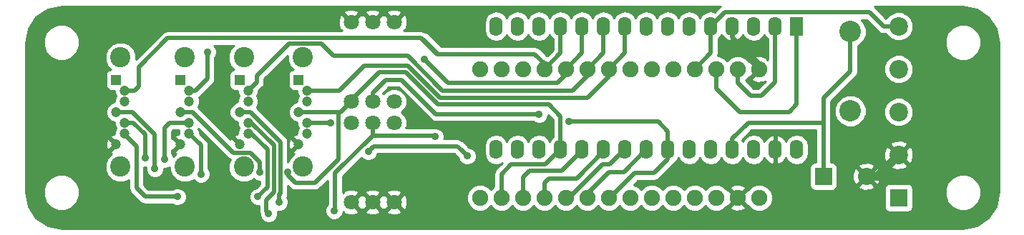
<source format=gtl>
G04 #@! TF.FileFunction,Copper,L1,Top,Signal*
%FSLAX46Y46*%
G04 Gerber Fmt 4.6, Leading zero omitted, Abs format (unit mm)*
G04 Created by KiCad (PCBNEW 4.0.0-rc2-stable) date 23/12/2015 17:02:07*
%MOMM*%
G01*
G04 APERTURE LIST*
%ADD10C,0.150000*%
%ADD11C,2.540000*%
%ADD12R,1.574800X2.286000*%
%ADD13O,1.574800X2.286000*%
%ADD14C,1.900000*%
%ADD15R,2.032000X2.032000*%
%ADD16C,2.032000*%
%ADD17R,2.100580X2.100580*%
%ADD18C,2.199640*%
%ADD19C,2.400000*%
%ADD20R,1.200000X1.200000*%
%ADD21C,1.200000*%
%ADD22C,1.800000*%
%ADD23C,0.889000*%
%ADD24C,0.508000*%
%ADD25C,1.000000*%
%ADD26C,0.254000*%
G04 APERTURE END LIST*
D10*
D11*
X171865000Y-12870000D03*
X171865000Y-22268000D03*
D12*
X165515000Y-12235000D03*
D13*
X162975000Y-12235000D03*
X160435000Y-12235000D03*
X157895000Y-12235000D03*
X155355000Y-12235000D03*
X152815000Y-12235000D03*
X150275000Y-12235000D03*
X147735000Y-12235000D03*
X145195000Y-12235000D03*
X142655000Y-12235000D03*
X140115000Y-12235000D03*
X137575000Y-12235000D03*
X135035000Y-12235000D03*
X132495000Y-12235000D03*
X129955000Y-12235000D03*
X129955000Y-26840000D03*
X132495000Y-26840000D03*
X135035000Y-26840000D03*
X137575000Y-26840000D03*
X140115000Y-26840000D03*
X142655000Y-26840000D03*
X145195000Y-26840000D03*
X147735000Y-26840000D03*
X150275000Y-26840000D03*
X152815000Y-26840000D03*
X155355000Y-26840000D03*
X157895000Y-26840000D03*
X160435000Y-26840000D03*
X162975000Y-26840000D03*
X165515000Y-26840000D03*
D14*
X158530000Y-17315000D03*
X155990000Y-17315000D03*
X153450000Y-17315000D03*
X150910000Y-17315000D03*
X148370000Y-17315000D03*
X145830000Y-17315000D03*
X143290000Y-17315000D03*
X140750000Y-17315000D03*
X138210000Y-17315000D03*
X135670000Y-17315000D03*
X133130000Y-17315000D03*
X130590000Y-17315000D03*
X128050000Y-17315000D03*
X128050000Y-32555000D03*
X130590000Y-32555000D03*
X133130000Y-32555000D03*
X135670000Y-32555000D03*
X138210000Y-32555000D03*
X140750000Y-32555000D03*
X143290000Y-32555000D03*
X145830000Y-32555000D03*
X148370000Y-32555000D03*
X150910000Y-32555000D03*
X153450000Y-32555000D03*
X155990000Y-32555000D03*
X158530000Y-32555000D03*
X161070000Y-32555000D03*
X161070000Y-17315000D03*
D15*
X168690000Y-30015000D03*
D16*
X173770000Y-30015000D03*
D17*
X177580000Y-32555000D03*
D18*
X177580000Y-27475000D03*
X177580000Y-22395000D03*
X177580000Y-17315000D03*
X177580000Y-12235000D03*
D19*
X107095000Y-28875000D03*
D20*
X106595000Y-18585000D03*
D21*
X107595000Y-19855000D03*
X107595000Y-21125000D03*
X106595000Y-22395000D03*
X107595000Y-23665000D03*
X107595000Y-24935000D03*
X106595000Y-26205000D03*
D19*
X107095000Y-15915000D03*
X100110000Y-28875000D03*
D20*
X99610000Y-18585000D03*
D21*
X100610000Y-19855000D03*
X100610000Y-21125000D03*
X99610000Y-22395000D03*
X100610000Y-23665000D03*
X100610000Y-24935000D03*
X99610000Y-26205000D03*
D19*
X100110000Y-15915000D03*
X93125000Y-28875000D03*
D20*
X92625000Y-18585000D03*
D21*
X93625000Y-19855000D03*
X93625000Y-21125000D03*
X92625000Y-22395000D03*
X93625000Y-23665000D03*
X93625000Y-24935000D03*
X92625000Y-26205000D03*
D19*
X93125000Y-15915000D03*
X85505000Y-28875000D03*
D20*
X85005000Y-18585000D03*
D21*
X86005000Y-19855000D03*
X86005000Y-21125000D03*
X85005000Y-22395000D03*
X86005000Y-23665000D03*
X86005000Y-24935000D03*
X85005000Y-26205000D03*
D19*
X85505000Y-15915000D03*
D22*
X112810000Y-21125000D03*
X112810000Y-11727000D03*
X115350000Y-21125000D03*
X115350000Y-11727000D03*
X117890000Y-21125000D03*
X117890000Y-11727000D03*
X112810000Y-23665000D03*
X112810000Y-33063000D03*
X115350000Y-23665000D03*
X115350000Y-33063000D03*
X117890000Y-23665000D03*
X117890000Y-33063000D03*
D23*
X102015000Y-29507000D03*
X105317000Y-29507000D03*
X135035000Y-22649000D03*
X90712000Y-27983000D03*
X110397000Y-23665000D03*
X95030000Y-29761000D03*
X126526000Y-27602000D03*
X114842000Y-27094000D03*
X101761000Y-32428000D03*
X92236000Y-32428000D03*
X122716000Y-25316000D03*
X110778000Y-34079000D03*
X103031000Y-34460000D03*
X88426000Y-27856000D03*
X138591000Y-23538000D03*
X104301000Y-33063000D03*
X89569000Y-29126000D03*
X121446000Y-16172000D03*
X95792000Y-15283000D03*
D24*
X161070000Y-17315000D02*
X161070000Y-16680000D01*
X161070000Y-16680000D02*
X157895000Y-13505000D01*
X157895000Y-13505000D02*
X157895000Y-12235000D01*
D25*
X173770000Y-30015000D02*
X175040000Y-30015000D01*
X175040000Y-30015000D02*
X177580000Y-27475000D01*
D24*
X175040000Y-30015000D02*
X177580000Y-27475000D01*
X157895000Y-26840000D02*
X157895000Y-25570000D01*
X159800000Y-23665000D02*
X168690000Y-23665000D01*
X157895000Y-25570000D02*
X159800000Y-23665000D01*
X171865000Y-12997000D02*
X171865000Y-17569000D01*
X168690000Y-20744000D02*
X168690000Y-23665000D01*
X168690000Y-23665000D02*
X168690000Y-30015000D01*
X171865000Y-17569000D02*
X168690000Y-20744000D01*
X137575000Y-26840000D02*
X135797000Y-28618000D01*
X130590000Y-29761000D02*
X130590000Y-32555000D01*
X131733000Y-28618000D02*
X130590000Y-29761000D01*
X135797000Y-28618000D02*
X131733000Y-28618000D01*
X94014000Y-22395000D02*
X92625000Y-22395000D01*
X98840000Y-27221000D02*
X94014000Y-22395000D01*
X100872000Y-27221000D02*
X98840000Y-27221000D01*
X102015000Y-28364000D02*
X100872000Y-27221000D01*
X102015000Y-29507000D02*
X102015000Y-28364000D01*
X111286000Y-27983000D02*
X108492000Y-30777000D01*
X108492000Y-30777000D02*
X106206000Y-30777000D01*
X106206000Y-30777000D02*
X105317000Y-29888000D01*
X105317000Y-29888000D02*
X105317000Y-29507000D01*
X112810000Y-21125000D02*
X112810000Y-20998000D01*
X112810000Y-20998000D02*
X116112000Y-17696000D01*
X137575000Y-22903000D02*
X137575000Y-26840000D01*
X136178000Y-21506000D02*
X137575000Y-22903000D01*
X123097000Y-21506000D02*
X136178000Y-21506000D01*
X119287000Y-17696000D02*
X123097000Y-21506000D01*
X116112000Y-17696000D02*
X119287000Y-17696000D01*
X111286000Y-22395000D02*
X111286000Y-27983000D01*
X108492000Y-30777000D02*
X106206000Y-30777000D01*
X106595000Y-22395000D02*
X111286000Y-22395000D01*
X111286000Y-22395000D02*
X111540000Y-22395000D01*
X111540000Y-22395000D02*
X112810000Y-21125000D01*
X140115000Y-26840000D02*
X140115000Y-26967000D01*
X140115000Y-26967000D02*
X137702000Y-29380000D01*
X133130000Y-30142000D02*
X133130000Y-32555000D01*
X133892000Y-29380000D02*
X133130000Y-30142000D01*
X137702000Y-29380000D02*
X133892000Y-29380000D01*
X115350000Y-21125000D02*
X115350000Y-20109000D01*
X122843000Y-22649000D02*
X135035000Y-22649000D01*
X118779000Y-18585000D02*
X122843000Y-22649000D01*
X116874000Y-18585000D02*
X118779000Y-18585000D01*
X115350000Y-20109000D02*
X116874000Y-18585000D01*
X91347000Y-23665000D02*
X93625000Y-23665000D01*
X90712000Y-24300000D02*
X91347000Y-23665000D01*
X90712000Y-27983000D02*
X90712000Y-24300000D01*
X110397000Y-23665000D02*
X107595000Y-23665000D01*
X142655000Y-26840000D02*
X142655000Y-27094000D01*
X142655000Y-27094000D02*
X139480000Y-30269000D01*
X135670000Y-30777000D02*
X135670000Y-32555000D01*
X136178000Y-30269000D02*
X135670000Y-30777000D01*
X139480000Y-30269000D02*
X136178000Y-30269000D01*
X95030000Y-29761000D02*
X95030000Y-27475000D01*
X95030000Y-26340000D02*
X93625000Y-24935000D01*
X95030000Y-27475000D02*
X95030000Y-26340000D01*
X93498000Y-24808000D02*
X93625000Y-24935000D01*
X138210000Y-32555000D02*
X138591000Y-32555000D01*
X138591000Y-32555000D02*
X142528000Y-28618000D01*
X142528000Y-28618000D02*
X143417000Y-28618000D01*
X143417000Y-28618000D02*
X145195000Y-26840000D01*
X100610000Y-24935000D02*
X100999000Y-24935000D01*
X100999000Y-24935000D02*
X102904000Y-26840000D01*
X102904000Y-31285000D02*
X101761000Y-32428000D01*
X102904000Y-26840000D02*
X102904000Y-31285000D01*
X125827500Y-26903500D02*
X126526000Y-27602000D01*
X125383000Y-26459000D02*
X125827500Y-26903500D01*
X125827500Y-26903500D02*
X125891000Y-26967000D01*
X115477000Y-26459000D02*
X125383000Y-26459000D01*
X114842000Y-27094000D02*
X115477000Y-26459000D01*
X100618000Y-24935000D02*
X100610000Y-24935000D01*
X87410000Y-26459000D02*
X87410000Y-31412000D01*
X87410000Y-31412000D02*
X88426000Y-32428000D01*
X88426000Y-32428000D02*
X92236000Y-32428000D01*
X86005000Y-25054000D02*
X87410000Y-26459000D01*
X100610000Y-24935000D02*
X100872000Y-24935000D01*
X86005000Y-24935000D02*
X86005000Y-25054000D01*
X100610000Y-24935000D02*
X100610000Y-25054000D01*
X122589000Y-25189000D02*
X115350000Y-25189000D01*
X122716000Y-25316000D02*
X122589000Y-25189000D01*
X140750000Y-32555000D02*
X140750000Y-32047000D01*
X140750000Y-32047000D02*
X143290000Y-29507000D01*
X145068000Y-29507000D02*
X147735000Y-26840000D01*
X143290000Y-29507000D02*
X145068000Y-29507000D01*
X100610000Y-23665000D02*
X100999000Y-23665000D01*
X100999000Y-23665000D02*
X103666000Y-26332000D01*
X103666000Y-31920000D02*
X102777000Y-32809000D01*
X103666000Y-26332000D02*
X103666000Y-31920000D01*
X110905000Y-31793000D02*
X110905000Y-29634000D01*
X110905000Y-33952000D02*
X110905000Y-31793000D01*
X110778000Y-34079000D02*
X110905000Y-33952000D01*
X110905000Y-29634000D02*
X115350000Y-25189000D01*
X115350000Y-25189000D02*
X115350000Y-23665000D01*
X102777000Y-32809000D02*
X102777000Y-34206000D01*
X102777000Y-34206000D02*
X103031000Y-34460000D01*
X87029000Y-23665000D02*
X88426000Y-25062000D01*
X88426000Y-25062000D02*
X88426000Y-27856000D01*
X86005000Y-23665000D02*
X87029000Y-23665000D01*
X86005000Y-23665000D02*
X86394000Y-23665000D01*
X150275000Y-26840000D02*
X150275000Y-24681000D01*
X149132000Y-23538000D02*
X138591000Y-23538000D01*
X150275000Y-24681000D02*
X149132000Y-23538000D01*
X143290000Y-32555000D02*
X143417000Y-32555000D01*
X143417000Y-32555000D02*
X146338000Y-29634000D01*
X146338000Y-29634000D02*
X148624000Y-29634000D01*
X148624000Y-29634000D02*
X150275000Y-27983000D01*
X150275000Y-27983000D02*
X150275000Y-26840000D01*
X104301000Y-33063000D02*
X104301000Y-32174000D01*
X104428000Y-25951000D02*
X103285000Y-24808000D01*
X104428000Y-32047000D02*
X104428000Y-25951000D01*
X104301000Y-32174000D02*
X104428000Y-32047000D01*
X99610000Y-22395000D02*
X100872000Y-22395000D01*
X100872000Y-22395000D02*
X103285000Y-24808000D01*
X85005000Y-22395000D02*
X86902000Y-22395000D01*
X89569000Y-25062000D02*
X89569000Y-29126000D01*
X86902000Y-22395000D02*
X89569000Y-25062000D01*
X150275000Y-26840000D02*
X150275000Y-26205000D01*
X155990000Y-17315000D02*
X155990000Y-19601000D01*
X165515000Y-21506000D02*
X165515000Y-12235000D01*
X164626000Y-22395000D02*
X165515000Y-21506000D01*
X158784000Y-22395000D02*
X164626000Y-22395000D01*
X155990000Y-19601000D02*
X158784000Y-22395000D01*
X158530000Y-17315000D02*
X158530000Y-18966000D01*
X162975000Y-18839000D02*
X162975000Y-12235000D01*
X161324000Y-20490000D02*
X162975000Y-18839000D01*
X160054000Y-20490000D02*
X161324000Y-20490000D01*
X158530000Y-18966000D02*
X160054000Y-20490000D01*
X155355000Y-12235000D02*
X155355000Y-15410000D01*
X155355000Y-15410000D02*
X153450000Y-17315000D01*
X153450000Y-17315000D02*
X153450000Y-17442000D01*
X177580000Y-12235000D02*
X175802000Y-12235000D01*
X157006000Y-10584000D02*
X155355000Y-12235000D01*
X174151000Y-10584000D02*
X157006000Y-10584000D01*
X175802000Y-12235000D02*
X174151000Y-10584000D01*
X107595000Y-19855000D02*
X111413000Y-19855000D01*
X111413000Y-19855000D02*
X114334000Y-16934000D01*
X143290000Y-17315000D02*
X143290000Y-18204000D01*
X143290000Y-18204000D02*
X140750000Y-20744000D01*
X140750000Y-20744000D02*
X123351000Y-20744000D01*
X123351000Y-20744000D02*
X119541000Y-16934000D01*
X119541000Y-16934000D02*
X114334000Y-16934000D01*
X145195000Y-12235000D02*
X145195000Y-15410000D01*
X145195000Y-15410000D02*
X143290000Y-17315000D01*
X107595000Y-19855000D02*
X107857000Y-19855000D01*
X119477500Y-15727500D02*
X110714500Y-15727500D01*
X101634000Y-18831000D02*
X100610000Y-19855000D01*
X101634000Y-18077000D02*
X101634000Y-18831000D01*
X105444000Y-14267000D02*
X101634000Y-18077000D01*
X109254000Y-14267000D02*
X105444000Y-14267000D01*
X110714500Y-15727500D02*
X109254000Y-14267000D01*
X140750000Y-17315000D02*
X140750000Y-18077000D01*
X140750000Y-18077000D02*
X138972000Y-19855000D01*
X123605000Y-19855000D02*
X119477500Y-15727500D01*
X138972000Y-19855000D02*
X123605000Y-19855000D01*
X142655000Y-12235000D02*
X142655000Y-15410000D01*
X142655000Y-15410000D02*
X140750000Y-17315000D01*
X100610000Y-19855000D02*
X100872000Y-19855000D01*
X122462000Y-17188000D02*
X121446000Y-16172000D01*
X138210000Y-17315000D02*
X138210000Y-17950000D01*
X138210000Y-17950000D02*
X137194000Y-18966000D01*
X94395000Y-19855000D02*
X93625000Y-19855000D01*
X95792000Y-18458000D02*
X94395000Y-19855000D01*
X95792000Y-15283000D02*
X95792000Y-18458000D01*
X124240000Y-18966000D02*
X122462000Y-17188000D01*
X137194000Y-18966000D02*
X124240000Y-18966000D01*
X140115000Y-12235000D02*
X140115000Y-15410000D01*
X140115000Y-15410000D02*
X138210000Y-17315000D01*
X138210000Y-17315000D02*
X138337000Y-17315000D01*
X138210000Y-17315000D02*
X138210000Y-17188000D01*
X123986000Y-15537000D02*
X122970000Y-15537000D01*
X87156000Y-19855000D02*
X86005000Y-19855000D01*
X87664000Y-19347000D02*
X87156000Y-19855000D01*
X87664000Y-17061000D02*
X87664000Y-19347000D01*
X91093000Y-13632000D02*
X87664000Y-17061000D01*
X121065000Y-13632000D02*
X91093000Y-13632000D01*
X122970000Y-15537000D02*
X121065000Y-13632000D01*
X135670000Y-17315000D02*
X135670000Y-16680000D01*
X135670000Y-16680000D02*
X134527000Y-15537000D01*
X123097000Y-15537000D02*
X121319000Y-13759000D01*
X134527000Y-15537000D02*
X123986000Y-15537000D01*
X123986000Y-15537000D02*
X123097000Y-15537000D01*
X137575000Y-12235000D02*
X137575000Y-15410000D01*
X137575000Y-15410000D02*
X135670000Y-17315000D01*
X135670000Y-17315000D02*
X135670000Y-16934000D01*
X135670000Y-17315000D02*
X135670000Y-17061000D01*
X86005000Y-19855000D02*
X86267000Y-19855000D01*
X137575000Y-12235000D02*
X137194000Y-12235000D01*
D26*
G36*
X156377382Y-9955382D02*
X155818417Y-10514347D01*
X155355000Y-10422167D01*
X154810671Y-10530441D01*
X154349211Y-10838778D01*
X154085000Y-11234199D01*
X153820789Y-10838778D01*
X153359329Y-10530441D01*
X152815000Y-10422167D01*
X152270671Y-10530441D01*
X151809211Y-10838778D01*
X151545000Y-11234199D01*
X151280789Y-10838778D01*
X150819329Y-10530441D01*
X150275000Y-10422167D01*
X149730671Y-10530441D01*
X149269211Y-10838778D01*
X149005000Y-11234199D01*
X148740789Y-10838778D01*
X148279329Y-10530441D01*
X147735000Y-10422167D01*
X147190671Y-10530441D01*
X146729211Y-10838778D01*
X146465000Y-11234199D01*
X146200789Y-10838778D01*
X145739329Y-10530441D01*
X145195000Y-10422167D01*
X144650671Y-10530441D01*
X144189211Y-10838778D01*
X143925000Y-11234199D01*
X143660789Y-10838778D01*
X143199329Y-10530441D01*
X142655000Y-10422167D01*
X142110671Y-10530441D01*
X141649211Y-10838778D01*
X141385000Y-11234199D01*
X141120789Y-10838778D01*
X140659329Y-10530441D01*
X140115000Y-10422167D01*
X139570671Y-10530441D01*
X139109211Y-10838778D01*
X138845000Y-11234199D01*
X138580789Y-10838778D01*
X138119329Y-10530441D01*
X137575000Y-10422167D01*
X137030671Y-10530441D01*
X136569211Y-10838778D01*
X136305000Y-11234199D01*
X136040789Y-10838778D01*
X135579329Y-10530441D01*
X135035000Y-10422167D01*
X134490671Y-10530441D01*
X134029211Y-10838778D01*
X133765000Y-11234199D01*
X133500789Y-10838778D01*
X133039329Y-10530441D01*
X132495000Y-10422167D01*
X131950671Y-10530441D01*
X131489211Y-10838778D01*
X131225000Y-11234199D01*
X130960789Y-10838778D01*
X130499329Y-10530441D01*
X129955000Y-10422167D01*
X129410671Y-10530441D01*
X128949211Y-10838778D01*
X128640874Y-11300238D01*
X128532600Y-11844567D01*
X128532600Y-12625433D01*
X128640874Y-13169762D01*
X128949211Y-13631222D01*
X129410671Y-13939559D01*
X129955000Y-14047833D01*
X130499329Y-13939559D01*
X130960789Y-13631222D01*
X131225000Y-13235801D01*
X131489211Y-13631222D01*
X131950671Y-13939559D01*
X132495000Y-14047833D01*
X133039329Y-13939559D01*
X133500789Y-13631222D01*
X133765000Y-13235801D01*
X134029211Y-13631222D01*
X134490671Y-13939559D01*
X135035000Y-14047833D01*
X135579329Y-13939559D01*
X136040789Y-13631222D01*
X136305000Y-13235801D01*
X136569211Y-13631222D01*
X136686000Y-13709258D01*
X136686000Y-15041764D01*
X135994311Y-15733453D01*
X135986659Y-15730276D01*
X135977504Y-15730268D01*
X135155618Y-14908382D01*
X135108523Y-14876914D01*
X134867206Y-14715671D01*
X134527000Y-14648000D01*
X123465236Y-14648000D01*
X121947618Y-13130382D01*
X121659205Y-12937671D01*
X121568176Y-12919564D01*
X121405206Y-12810671D01*
X121065000Y-12743000D01*
X119083828Y-12743000D01*
X119084718Y-12742110D01*
X118970161Y-12627553D01*
X119226643Y-12541148D01*
X119436458Y-11967664D01*
X119410839Y-11357540D01*
X119226643Y-10912852D01*
X118970159Y-10826446D01*
X118069605Y-11727000D01*
X118083748Y-11741143D01*
X117904143Y-11920748D01*
X117890000Y-11906605D01*
X117875858Y-11920748D01*
X117696253Y-11741143D01*
X117710395Y-11727000D01*
X116809841Y-10826446D01*
X116620000Y-10890401D01*
X116430159Y-10826446D01*
X115529605Y-11727000D01*
X115543748Y-11741143D01*
X115364143Y-11920748D01*
X115350000Y-11906605D01*
X115335858Y-11920748D01*
X115156253Y-11741143D01*
X115170395Y-11727000D01*
X114269841Y-10826446D01*
X114080000Y-10890401D01*
X113890159Y-10826446D01*
X112989605Y-11727000D01*
X113003748Y-11741143D01*
X112824143Y-11920748D01*
X112810000Y-11906605D01*
X112795858Y-11920748D01*
X112616253Y-11741143D01*
X112630395Y-11727000D01*
X111729841Y-10826446D01*
X111473357Y-10912852D01*
X111263542Y-11486336D01*
X111289161Y-12096460D01*
X111473357Y-12541148D01*
X111729839Y-12627553D01*
X111615282Y-12742110D01*
X111616172Y-12743000D01*
X91093000Y-12743000D01*
X90752794Y-12810671D01*
X90464382Y-13003382D01*
X87339815Y-16127949D01*
X87340318Y-15551597D01*
X87061545Y-14876914D01*
X86545801Y-14360270D01*
X85871605Y-14080319D01*
X85141597Y-14079682D01*
X84466914Y-14358455D01*
X83950270Y-14874199D01*
X83670319Y-15548395D01*
X83669682Y-16278403D01*
X83948455Y-16953086D01*
X84343762Y-17349083D01*
X84169683Y-17381838D01*
X83953559Y-17520910D01*
X83808569Y-17733110D01*
X83757560Y-17985000D01*
X83757560Y-19185000D01*
X83801838Y-19420317D01*
X83940910Y-19636441D01*
X84153110Y-19781431D01*
X84405000Y-19832440D01*
X84770019Y-19832440D01*
X84769786Y-20099579D01*
X84931271Y-20490401D01*
X84770215Y-20878266D01*
X84769969Y-21159794D01*
X84760421Y-21159786D01*
X84306343Y-21347408D01*
X83958629Y-21694515D01*
X83770215Y-22148266D01*
X83769786Y-22639579D01*
X83957408Y-23093657D01*
X84304515Y-23441371D01*
X84758266Y-23629785D01*
X84770030Y-23629795D01*
X84769786Y-23909579D01*
X84931271Y-24300401D01*
X84770215Y-24688266D01*
X84769958Y-24982177D01*
X84683587Y-24987518D01*
X84371383Y-25116836D01*
X84321870Y-25342265D01*
X85005000Y-26025395D01*
X85019143Y-26011253D01*
X85198748Y-26190858D01*
X85184605Y-26205000D01*
X85198748Y-26219143D01*
X85019143Y-26398748D01*
X85005000Y-26384605D01*
X84321870Y-27067735D01*
X84371383Y-27293164D01*
X84461302Y-27324058D01*
X83950270Y-27834199D01*
X83670319Y-28508395D01*
X83669682Y-29238403D01*
X83948455Y-29913086D01*
X84464199Y-30429730D01*
X85138395Y-30709681D01*
X85868403Y-30710318D01*
X86521000Y-30440671D01*
X86521000Y-31412000D01*
X86588671Y-31752206D01*
X86696523Y-31913618D01*
X86781382Y-32040618D01*
X87797382Y-33056618D01*
X88085794Y-33249329D01*
X88426000Y-33317000D01*
X91598137Y-33317000D01*
X91623714Y-33342622D01*
X92020332Y-33507313D01*
X92449784Y-33507687D01*
X92846689Y-33343689D01*
X93150622Y-33040286D01*
X93315313Y-32643668D01*
X93315687Y-32214216D01*
X93151689Y-31817311D01*
X92848286Y-31513378D01*
X92451668Y-31348687D01*
X92022216Y-31348313D01*
X91625311Y-31512311D01*
X91598575Y-31539000D01*
X88794236Y-31539000D01*
X88299000Y-31043764D01*
X88299000Y-28935390D01*
X88489665Y-28935556D01*
X88489313Y-29339784D01*
X88653311Y-29736689D01*
X88956714Y-30040622D01*
X89353332Y-30205313D01*
X89782784Y-30205687D01*
X90179689Y-30041689D01*
X90483622Y-29738286D01*
X90648313Y-29341668D01*
X90648556Y-29062446D01*
X90925784Y-29062687D01*
X91289967Y-28912210D01*
X91289682Y-29238403D01*
X91568455Y-29913086D01*
X92084199Y-30429730D01*
X92758395Y-30709681D01*
X93488403Y-30710318D01*
X94163086Y-30431545D01*
X94168584Y-30426057D01*
X94417714Y-30675622D01*
X94814332Y-30840313D01*
X95243784Y-30840687D01*
X95640689Y-30676689D01*
X95944622Y-30373286D01*
X96109313Y-29976668D01*
X96109687Y-29547216D01*
X95945689Y-29150311D01*
X95919000Y-29123575D01*
X95919000Y-26340000D01*
X95851329Y-25999794D01*
X95658618Y-25711382D01*
X94860020Y-24912784D01*
X94860214Y-24690421D01*
X94725040Y-24363276D01*
X98211382Y-27849618D01*
X98475568Y-28026142D01*
X98275319Y-28508395D01*
X98274682Y-29238403D01*
X98553455Y-29913086D01*
X99069199Y-30429730D01*
X99743395Y-30709681D01*
X100473403Y-30710318D01*
X101148086Y-30431545D01*
X101280584Y-30299278D01*
X101402714Y-30421622D01*
X101799332Y-30586313D01*
X102015000Y-30586501D01*
X102015000Y-30916764D01*
X101583419Y-31348345D01*
X101547216Y-31348313D01*
X101150311Y-31512311D01*
X100846378Y-31815714D01*
X100681687Y-32212332D01*
X100681313Y-32641784D01*
X100845311Y-33038689D01*
X101148714Y-33342622D01*
X101545332Y-33507313D01*
X101888000Y-33507611D01*
X101888000Y-34206000D01*
X101951443Y-34524948D01*
X101951313Y-34673784D01*
X102115311Y-35070689D01*
X102418714Y-35374622D01*
X102815332Y-35539313D01*
X103244784Y-35539687D01*
X103641689Y-35375689D01*
X103945622Y-35072286D01*
X104110313Y-34675668D01*
X104110687Y-34246216D01*
X104064115Y-34133503D01*
X104085332Y-34142313D01*
X104514784Y-34142687D01*
X104911689Y-33978689D01*
X105215622Y-33675286D01*
X105380313Y-33278668D01*
X105380687Y-32849216D01*
X105216689Y-32452311D01*
X105210182Y-32445793D01*
X105249329Y-32387206D01*
X105317000Y-32047000D01*
X105317000Y-31145236D01*
X105577382Y-31405618D01*
X105865794Y-31598329D01*
X106206000Y-31666000D01*
X108492000Y-31666000D01*
X108832206Y-31598329D01*
X109120618Y-31405618D01*
X110016000Y-30510236D01*
X110016000Y-33314358D01*
X109863378Y-33466714D01*
X109698687Y-33863332D01*
X109698313Y-34292784D01*
X109862311Y-34689689D01*
X110165714Y-34993622D01*
X110562332Y-35158313D01*
X110991784Y-35158687D01*
X111388689Y-34994689D01*
X111692622Y-34691286D01*
X111857313Y-34294668D01*
X111857400Y-34195208D01*
X111909447Y-34143161D01*
X111995852Y-34399643D01*
X112569336Y-34609458D01*
X113179460Y-34583839D01*
X113624148Y-34399643D01*
X113710554Y-34143159D01*
X114449446Y-34143159D01*
X114535852Y-34399643D01*
X115109336Y-34609458D01*
X115719460Y-34583839D01*
X116164148Y-34399643D01*
X116250554Y-34143159D01*
X116989446Y-34143159D01*
X117075852Y-34399643D01*
X117649336Y-34609458D01*
X118259460Y-34583839D01*
X118704148Y-34399643D01*
X118790554Y-34143159D01*
X117890000Y-33242605D01*
X116989446Y-34143159D01*
X116250554Y-34143159D01*
X115350000Y-33242605D01*
X114449446Y-34143159D01*
X113710554Y-34143159D01*
X112810000Y-33242605D01*
X112795858Y-33256748D01*
X112616253Y-33077143D01*
X112630395Y-33063000D01*
X112989605Y-33063000D01*
X113890159Y-33963554D01*
X114080000Y-33899599D01*
X114269841Y-33963554D01*
X115170395Y-33063000D01*
X115529605Y-33063000D01*
X116430159Y-33963554D01*
X116620000Y-33899599D01*
X116809841Y-33963554D01*
X117710395Y-33063000D01*
X118069605Y-33063000D01*
X118970159Y-33963554D01*
X119226643Y-33877148D01*
X119436458Y-33303664D01*
X119410839Y-32693540D01*
X119226643Y-32248852D01*
X118970159Y-32162446D01*
X118069605Y-33063000D01*
X117710395Y-33063000D01*
X116809841Y-32162446D01*
X116620000Y-32226401D01*
X116430159Y-32162446D01*
X115529605Y-33063000D01*
X115170395Y-33063000D01*
X114269841Y-32162446D01*
X114080000Y-32226401D01*
X113890159Y-32162446D01*
X112989605Y-33063000D01*
X112630395Y-33063000D01*
X112616253Y-33048858D01*
X112795858Y-32869253D01*
X112810000Y-32883395D01*
X113710554Y-31982841D01*
X114449446Y-31982841D01*
X115350000Y-32883395D01*
X116250554Y-31982841D01*
X116989446Y-31982841D01*
X117890000Y-32883395D01*
X118790554Y-31982841D01*
X118704148Y-31726357D01*
X118130664Y-31516542D01*
X117520540Y-31542161D01*
X117075852Y-31726357D01*
X116989446Y-31982841D01*
X116250554Y-31982841D01*
X116164148Y-31726357D01*
X115590664Y-31516542D01*
X114980540Y-31542161D01*
X114535852Y-31726357D01*
X114449446Y-31982841D01*
X113710554Y-31982841D01*
X113624148Y-31726357D01*
X113050664Y-31516542D01*
X112440540Y-31542161D01*
X111995852Y-31726357D01*
X111909447Y-31982839D01*
X111794890Y-31868282D01*
X111794000Y-31869172D01*
X111794000Y-30002236D01*
X114008857Y-27787379D01*
X114229714Y-28008622D01*
X114626332Y-28173313D01*
X115055784Y-28173687D01*
X115452689Y-28009689D01*
X115756622Y-27706286D01*
X115905396Y-27348000D01*
X125014764Y-27348000D01*
X125446345Y-27779581D01*
X125446313Y-27815784D01*
X125610311Y-28212689D01*
X125913714Y-28516622D01*
X126310332Y-28681313D01*
X126739784Y-28681687D01*
X127136689Y-28517689D01*
X127440622Y-28214286D01*
X127605313Y-27817668D01*
X127605687Y-27388216D01*
X127441689Y-26991311D01*
X127138286Y-26687378D01*
X126741668Y-26522687D01*
X126703890Y-26522654D01*
X126011618Y-25830382D01*
X125894829Y-25752346D01*
X125723206Y-25637671D01*
X125383000Y-25570000D01*
X123779396Y-25570000D01*
X123795313Y-25531668D01*
X123795687Y-25102216D01*
X123631689Y-24705311D01*
X123328286Y-24401378D01*
X122931668Y-24236687D01*
X122502216Y-24236313D01*
X122348082Y-24300000D01*
X119288399Y-24300000D01*
X119424733Y-23971670D01*
X119425265Y-23361009D01*
X119192068Y-22796629D01*
X118790818Y-22394677D01*
X119190551Y-21995643D01*
X119424733Y-21431670D01*
X119425265Y-20821009D01*
X119192068Y-20256629D01*
X118760643Y-19824449D01*
X118196670Y-19590267D01*
X117586009Y-19589735D01*
X117021629Y-19822932D01*
X116619677Y-20224182D01*
X116555922Y-20160314D01*
X117242236Y-19474000D01*
X118410764Y-19474000D01*
X122214382Y-23277618D01*
X122502794Y-23470329D01*
X122843000Y-23538000D01*
X134397137Y-23538000D01*
X134422714Y-23563622D01*
X134819332Y-23728313D01*
X135248784Y-23728687D01*
X135645689Y-23564689D01*
X135949622Y-23261286D01*
X136114313Y-22864668D01*
X136114457Y-22699693D01*
X136686000Y-23271236D01*
X136686000Y-25365742D01*
X136569211Y-25443778D01*
X136305000Y-25839199D01*
X136040789Y-25443778D01*
X135579329Y-25135441D01*
X135035000Y-25027167D01*
X134490671Y-25135441D01*
X134029211Y-25443778D01*
X133765000Y-25839199D01*
X133500789Y-25443778D01*
X133039329Y-25135441D01*
X132495000Y-25027167D01*
X131950671Y-25135441D01*
X131489211Y-25443778D01*
X131225000Y-25839199D01*
X130960789Y-25443778D01*
X130499329Y-25135441D01*
X129955000Y-25027167D01*
X129410671Y-25135441D01*
X128949211Y-25443778D01*
X128640874Y-25905238D01*
X128532600Y-26449567D01*
X128532600Y-27230433D01*
X128640874Y-27774762D01*
X128949211Y-28236222D01*
X129410671Y-28544559D01*
X129955000Y-28652833D01*
X130499329Y-28544559D01*
X130649638Y-28444126D01*
X129961382Y-29132382D01*
X129768671Y-29420794D01*
X129701000Y-29761000D01*
X129701000Y-31207355D01*
X129693343Y-31210519D01*
X129319739Y-31583471D01*
X128949003Y-31212086D01*
X128366659Y-30970276D01*
X127736107Y-30969725D01*
X127153343Y-31210519D01*
X126707086Y-31655997D01*
X126465276Y-32238341D01*
X126464725Y-32868893D01*
X126705519Y-33451657D01*
X127150997Y-33897914D01*
X127733341Y-34139724D01*
X128363893Y-34140275D01*
X128946657Y-33899481D01*
X129320261Y-33526529D01*
X129690997Y-33897914D01*
X130273341Y-34139724D01*
X130903893Y-34140275D01*
X131486657Y-33899481D01*
X131860261Y-33526529D01*
X132230997Y-33897914D01*
X132813341Y-34139724D01*
X133443893Y-34140275D01*
X134026657Y-33899481D01*
X134400261Y-33526529D01*
X134770997Y-33897914D01*
X135353341Y-34139724D01*
X135983893Y-34140275D01*
X136566657Y-33899481D01*
X136940261Y-33526529D01*
X137310997Y-33897914D01*
X137893341Y-34139724D01*
X138523893Y-34140275D01*
X139106657Y-33899481D01*
X139480261Y-33526529D01*
X139850997Y-33897914D01*
X140433341Y-34139724D01*
X141063893Y-34140275D01*
X141646657Y-33899481D01*
X142020261Y-33526529D01*
X142390997Y-33897914D01*
X142973341Y-34139724D01*
X143603893Y-34140275D01*
X144186657Y-33899481D01*
X144560261Y-33526529D01*
X144930997Y-33897914D01*
X145513341Y-34139724D01*
X146143893Y-34140275D01*
X146726657Y-33899481D01*
X147100261Y-33526529D01*
X147470997Y-33897914D01*
X148053341Y-34139724D01*
X148683893Y-34140275D01*
X149266657Y-33899481D01*
X149640261Y-33526529D01*
X150010997Y-33897914D01*
X150593341Y-34139724D01*
X151223893Y-34140275D01*
X151806657Y-33899481D01*
X152180261Y-33526529D01*
X152550997Y-33897914D01*
X153133341Y-34139724D01*
X153763893Y-34140275D01*
X154346657Y-33899481D01*
X154720261Y-33526529D01*
X155090997Y-33897914D01*
X155673341Y-34139724D01*
X156303893Y-34140275D01*
X156886657Y-33899481D01*
X157115186Y-33671350D01*
X157593255Y-33671350D01*
X157685792Y-33933019D01*
X158277398Y-34151188D01*
X158907461Y-34126352D01*
X159374208Y-33933019D01*
X159466745Y-33671350D01*
X158530000Y-32734605D01*
X157593255Y-33671350D01*
X157115186Y-33671350D01*
X157326116Y-33460789D01*
X157413650Y-33491745D01*
X158350395Y-32555000D01*
X158709605Y-32555000D01*
X159646350Y-33491745D01*
X159734439Y-33460593D01*
X160170997Y-33897914D01*
X160753341Y-34139724D01*
X161383893Y-34140275D01*
X161966657Y-33899481D01*
X162412914Y-33454003D01*
X162654724Y-32871659D01*
X162655275Y-32241107D01*
X162414481Y-31658343D01*
X161969003Y-31212086D01*
X161386659Y-30970276D01*
X160756107Y-30969725D01*
X160173343Y-31210519D01*
X159733884Y-31649211D01*
X159646350Y-31618255D01*
X158709605Y-32555000D01*
X158350395Y-32555000D01*
X157413650Y-31618255D01*
X157325561Y-31649407D01*
X157115172Y-31438650D01*
X157593255Y-31438650D01*
X158530000Y-32375395D01*
X159466745Y-31438650D01*
X159374208Y-31176981D01*
X158782602Y-30958812D01*
X158152539Y-30983648D01*
X157685792Y-31176981D01*
X157593255Y-31438650D01*
X157115172Y-31438650D01*
X156889003Y-31212086D01*
X156306659Y-30970276D01*
X155676107Y-30969725D01*
X155093343Y-31210519D01*
X154719739Y-31583471D01*
X154349003Y-31212086D01*
X153766659Y-30970276D01*
X153136107Y-30969725D01*
X152553343Y-31210519D01*
X152179739Y-31583471D01*
X151809003Y-31212086D01*
X151226659Y-30970276D01*
X150596107Y-30969725D01*
X150013343Y-31210519D01*
X149639739Y-31583471D01*
X149269003Y-31212086D01*
X148686659Y-30970276D01*
X148056107Y-30969725D01*
X147473343Y-31210519D01*
X147099739Y-31583471D01*
X146729003Y-31212086D01*
X146226010Y-31003226D01*
X146706236Y-30523000D01*
X148624000Y-30523000D01*
X148964206Y-30455329D01*
X149252618Y-30262618D01*
X150903618Y-28611618D01*
X151052550Y-28388726D01*
X151280789Y-28236222D01*
X151545000Y-27840801D01*
X151809211Y-28236222D01*
X152270671Y-28544559D01*
X152815000Y-28652833D01*
X153359329Y-28544559D01*
X153820789Y-28236222D01*
X154085000Y-27840801D01*
X154349211Y-28236222D01*
X154810671Y-28544559D01*
X155355000Y-28652833D01*
X155899329Y-28544559D01*
X156360789Y-28236222D01*
X156625000Y-27840801D01*
X156889211Y-28236222D01*
X157350671Y-28544559D01*
X157895000Y-28652833D01*
X158439329Y-28544559D01*
X158900789Y-28236222D01*
X159165000Y-27840801D01*
X159429211Y-28236222D01*
X159890671Y-28544559D01*
X160435000Y-28652833D01*
X160979329Y-28544559D01*
X161440789Y-28236222D01*
X161704754Y-27841170D01*
X161709475Y-27857262D01*
X162059014Y-28291191D01*
X162548004Y-28558327D01*
X162627940Y-28575010D01*
X162848000Y-28452852D01*
X162848000Y-26967000D01*
X162828000Y-26967000D01*
X162828000Y-26713000D01*
X162848000Y-26713000D01*
X162848000Y-25227148D01*
X163102000Y-25227148D01*
X163102000Y-26713000D01*
X163122000Y-26713000D01*
X163122000Y-26967000D01*
X163102000Y-26967000D01*
X163102000Y-28452852D01*
X163322060Y-28575010D01*
X163401996Y-28558327D01*
X163890986Y-28291191D01*
X164240525Y-27857262D01*
X164245246Y-27841170D01*
X164509211Y-28236222D01*
X164970671Y-28544559D01*
X165515000Y-28652833D01*
X166059329Y-28544559D01*
X166520789Y-28236222D01*
X166829126Y-27774762D01*
X166937400Y-27230433D01*
X166937400Y-26449567D01*
X166829126Y-25905238D01*
X166520789Y-25443778D01*
X166059329Y-25135441D01*
X165515000Y-25027167D01*
X164970671Y-25135441D01*
X164509211Y-25443778D01*
X164245246Y-25838830D01*
X164240525Y-25822738D01*
X163890986Y-25388809D01*
X163401996Y-25121673D01*
X163322060Y-25104990D01*
X163102000Y-25227148D01*
X162848000Y-25227148D01*
X162627940Y-25104990D01*
X162548004Y-25121673D01*
X162059014Y-25388809D01*
X161709475Y-25822738D01*
X161704754Y-25838830D01*
X161440789Y-25443778D01*
X160979329Y-25135441D01*
X160435000Y-25027167D01*
X159890671Y-25135441D01*
X159429211Y-25443778D01*
X159165000Y-25839199D01*
X159052062Y-25670174D01*
X160168236Y-24554000D01*
X167801000Y-24554000D01*
X167801000Y-28351560D01*
X167674000Y-28351560D01*
X167438683Y-28395838D01*
X167222559Y-28534910D01*
X167077569Y-28747110D01*
X167026560Y-28999000D01*
X167026560Y-31031000D01*
X167070838Y-31266317D01*
X167209910Y-31482441D01*
X167422110Y-31627431D01*
X167674000Y-31678440D01*
X169706000Y-31678440D01*
X169941317Y-31634162D01*
X170157441Y-31495090D01*
X170302431Y-31282890D01*
X170323447Y-31179107D01*
X172785498Y-31179107D01*
X172886120Y-31447622D01*
X173501642Y-31676816D01*
X174158019Y-31653014D01*
X174516057Y-31504710D01*
X175882270Y-31504710D01*
X175882270Y-33605290D01*
X175926548Y-33840607D01*
X176065620Y-34056731D01*
X176277820Y-34201721D01*
X176529710Y-34252730D01*
X178630290Y-34252730D01*
X178865607Y-34208452D01*
X179081731Y-34069380D01*
X179226721Y-33857180D01*
X179277730Y-33605290D01*
X179277730Y-32342815D01*
X183064630Y-32342815D01*
X183388980Y-33127800D01*
X183989041Y-33728909D01*
X184773459Y-34054628D01*
X185622815Y-34055370D01*
X186407800Y-33731020D01*
X187008909Y-33130959D01*
X187334628Y-32346541D01*
X187335370Y-31497185D01*
X187011020Y-30712200D01*
X186410959Y-30111091D01*
X185626541Y-29785372D01*
X184777185Y-29784630D01*
X183992200Y-30108980D01*
X183391091Y-30709041D01*
X183065372Y-31493459D01*
X183064630Y-32342815D01*
X179277730Y-32342815D01*
X179277730Y-31504710D01*
X179233452Y-31269393D01*
X179094380Y-31053269D01*
X178882180Y-30908279D01*
X178630290Y-30857270D01*
X176529710Y-30857270D01*
X176294393Y-30901548D01*
X176078269Y-31040620D01*
X175933279Y-31252820D01*
X175882270Y-31504710D01*
X174516057Y-31504710D01*
X174653880Y-31447622D01*
X174754502Y-31179107D01*
X173770000Y-30194605D01*
X172785498Y-31179107D01*
X170323447Y-31179107D01*
X170353440Y-31031000D01*
X170353440Y-29746642D01*
X172108184Y-29746642D01*
X172131986Y-30403019D01*
X172337378Y-30898880D01*
X172605893Y-30999502D01*
X173590395Y-30015000D01*
X173949605Y-30015000D01*
X174934107Y-30999502D01*
X175202622Y-30898880D01*
X175431816Y-30283358D01*
X175408014Y-29626981D01*
X175202622Y-29131120D01*
X174934107Y-29030498D01*
X173949605Y-30015000D01*
X173590395Y-30015000D01*
X172605893Y-29030498D01*
X172337378Y-29131120D01*
X172108184Y-29746642D01*
X170353440Y-29746642D01*
X170353440Y-28999000D01*
X170325572Y-28850893D01*
X172785498Y-28850893D01*
X173770000Y-29835395D01*
X174754502Y-28850893D01*
X174697859Y-28699737D01*
X176534868Y-28699737D01*
X176645750Y-28976951D01*
X177291637Y-29220143D01*
X177981425Y-29197654D01*
X178514250Y-28976951D01*
X178625132Y-28699737D01*
X177580000Y-27654605D01*
X176534868Y-28699737D01*
X174697859Y-28699737D01*
X174653880Y-28582378D01*
X174038358Y-28353184D01*
X173381981Y-28376986D01*
X172886120Y-28582378D01*
X172785498Y-28850893D01*
X170325572Y-28850893D01*
X170309162Y-28763683D01*
X170170090Y-28547559D01*
X169957890Y-28402569D01*
X169706000Y-28351560D01*
X169579000Y-28351560D01*
X169579000Y-27186637D01*
X175834857Y-27186637D01*
X175857346Y-27876425D01*
X176078049Y-28409250D01*
X176355263Y-28520132D01*
X177400395Y-27475000D01*
X177759605Y-27475000D01*
X178804737Y-28520132D01*
X179081951Y-28409250D01*
X179325143Y-27763363D01*
X179302654Y-27073575D01*
X179081951Y-26540750D01*
X178804737Y-26429868D01*
X177759605Y-27475000D01*
X177400395Y-27475000D01*
X176355263Y-26429868D01*
X176078049Y-26540750D01*
X175834857Y-27186637D01*
X169579000Y-27186637D01*
X169579000Y-26250263D01*
X176534868Y-26250263D01*
X177580000Y-27295395D01*
X178625132Y-26250263D01*
X178514250Y-25973049D01*
X177868363Y-25729857D01*
X177178575Y-25752346D01*
X176645750Y-25973049D01*
X176534868Y-26250263D01*
X169579000Y-26250263D01*
X169579000Y-22645265D01*
X169959670Y-22645265D01*
X170249078Y-23345686D01*
X170784495Y-23882039D01*
X171484410Y-24172668D01*
X172242265Y-24173330D01*
X172942686Y-23883922D01*
X173479039Y-23348505D01*
X173732308Y-22738563D01*
X175844880Y-22738563D01*
X176108434Y-23376413D01*
X176596020Y-23864851D01*
X177233409Y-24129518D01*
X177923563Y-24130120D01*
X178561413Y-23866566D01*
X179049851Y-23378980D01*
X179314518Y-22741591D01*
X179315120Y-22051437D01*
X179051566Y-21413587D01*
X178563980Y-20925149D01*
X177926591Y-20660482D01*
X177236437Y-20659880D01*
X176598587Y-20923434D01*
X176110149Y-21411020D01*
X175845482Y-22048409D01*
X175844880Y-22738563D01*
X173732308Y-22738563D01*
X173769668Y-22648590D01*
X173770330Y-21890735D01*
X173480922Y-21190314D01*
X172945505Y-20653961D01*
X172245590Y-20363332D01*
X171487735Y-20362670D01*
X170787314Y-20652078D01*
X170250961Y-21187495D01*
X169960332Y-21887410D01*
X169959670Y-22645265D01*
X169579000Y-22645265D01*
X169579000Y-21112236D01*
X172493618Y-18197618D01*
X172601470Y-18036206D01*
X172686329Y-17909206D01*
X172736184Y-17658563D01*
X175844880Y-17658563D01*
X176108434Y-18296413D01*
X176596020Y-18784851D01*
X177233409Y-19049518D01*
X177923563Y-19050120D01*
X178561413Y-18786566D01*
X179049851Y-18298980D01*
X179314518Y-17661591D01*
X179315120Y-16971437D01*
X179051566Y-16333587D01*
X178563980Y-15845149D01*
X177926591Y-15580482D01*
X177236437Y-15579880D01*
X176598587Y-15843434D01*
X176110149Y-16331020D01*
X175845482Y-16968409D01*
X175844880Y-17658563D01*
X172736184Y-17658563D01*
X172754000Y-17569000D01*
X172754000Y-14563885D01*
X172756589Y-14562815D01*
X183064630Y-14562815D01*
X183388980Y-15347800D01*
X183989041Y-15948909D01*
X184773459Y-16274628D01*
X185622815Y-16275370D01*
X186407800Y-15951020D01*
X187008909Y-15350959D01*
X187334628Y-14566541D01*
X187335370Y-13717185D01*
X187011020Y-12932200D01*
X186410959Y-12331091D01*
X185626541Y-12005372D01*
X184777185Y-12004630D01*
X183992200Y-12328980D01*
X183391091Y-12929041D01*
X183065372Y-13713459D01*
X183064630Y-14562815D01*
X172756589Y-14562815D01*
X172942686Y-14485922D01*
X173479039Y-13950505D01*
X173769668Y-13250590D01*
X173770330Y-12492735D01*
X173480922Y-11792314D01*
X173162165Y-11473000D01*
X173782764Y-11473000D01*
X175173382Y-12863618D01*
X175461795Y-13056330D01*
X175802000Y-13124000D01*
X176070250Y-13124000D01*
X176108434Y-13216413D01*
X176596020Y-13704851D01*
X177233409Y-13969518D01*
X177923563Y-13970120D01*
X178561413Y-13706566D01*
X179049851Y-13218980D01*
X179314518Y-12581591D01*
X179315120Y-11891437D01*
X179051566Y-11253587D01*
X178563980Y-10765149D01*
X177926591Y-10500482D01*
X177236437Y-10499880D01*
X176598587Y-10763434D01*
X176110149Y-11251020D01*
X176099911Y-11275675D01*
X174779618Y-9955382D01*
X174704689Y-9905316D01*
X174675032Y-9885500D01*
X185118697Y-9885500D01*
X186821938Y-10224296D01*
X188196951Y-11143051D01*
X189115704Y-12518062D01*
X189454500Y-14221303D01*
X189454500Y-31838697D01*
X189115704Y-33541938D01*
X188196951Y-34916949D01*
X186821938Y-35835704D01*
X185118697Y-36174500D01*
X78601303Y-36174500D01*
X76898062Y-35835704D01*
X75523051Y-34916951D01*
X74604296Y-33541938D01*
X74365776Y-32342815D01*
X76384630Y-32342815D01*
X76708980Y-33127800D01*
X77309041Y-33728909D01*
X78093459Y-34054628D01*
X78942815Y-34055370D01*
X79727800Y-33731020D01*
X80328909Y-33130959D01*
X80654628Y-32346541D01*
X80655370Y-31497185D01*
X80331020Y-30712200D01*
X79730959Y-30111091D01*
X78946541Y-29785372D01*
X78097185Y-29784630D01*
X77312200Y-30108980D01*
X76711091Y-30709041D01*
X76385372Y-31493459D01*
X76384630Y-32342815D01*
X74365776Y-32342815D01*
X74265500Y-31838697D01*
X74265500Y-26036036D01*
X83757193Y-26036036D01*
X83787518Y-26526413D01*
X83916836Y-26838617D01*
X84142265Y-26888130D01*
X84825395Y-26205000D01*
X84142265Y-25521870D01*
X83916836Y-25571383D01*
X83757193Y-26036036D01*
X74265500Y-26036036D01*
X74265500Y-14562815D01*
X76384630Y-14562815D01*
X76708980Y-15347800D01*
X77309041Y-15948909D01*
X78093459Y-16274628D01*
X78942815Y-16275370D01*
X79727800Y-15951020D01*
X80328909Y-15350959D01*
X80654628Y-14566541D01*
X80655370Y-13717185D01*
X80331020Y-12932200D01*
X79730959Y-12331091D01*
X78946541Y-12005372D01*
X78097185Y-12004630D01*
X77312200Y-12328980D01*
X76711091Y-12929041D01*
X76385372Y-13713459D01*
X76384630Y-14562815D01*
X74265500Y-14562815D01*
X74265500Y-14221303D01*
X74604296Y-12518062D01*
X75523051Y-11143049D01*
X76265678Y-10646841D01*
X111909446Y-10646841D01*
X112810000Y-11547395D01*
X113710554Y-10646841D01*
X114449446Y-10646841D01*
X115350000Y-11547395D01*
X116250554Y-10646841D01*
X116989446Y-10646841D01*
X117890000Y-11547395D01*
X118790554Y-10646841D01*
X118704148Y-10390357D01*
X118130664Y-10180542D01*
X117520540Y-10206161D01*
X117075852Y-10390357D01*
X116989446Y-10646841D01*
X116250554Y-10646841D01*
X116164148Y-10390357D01*
X115590664Y-10180542D01*
X114980540Y-10206161D01*
X114535852Y-10390357D01*
X114449446Y-10646841D01*
X113710554Y-10646841D01*
X113624148Y-10390357D01*
X113050664Y-10180542D01*
X112440540Y-10206161D01*
X111995852Y-10390357D01*
X111909446Y-10646841D01*
X76265678Y-10646841D01*
X76898062Y-10224296D01*
X78601303Y-9885500D01*
X156481967Y-9885500D01*
X156377382Y-9955382D01*
X156377382Y-9955382D01*
G37*
X156377382Y-9955382D02*
X155818417Y-10514347D01*
X155355000Y-10422167D01*
X154810671Y-10530441D01*
X154349211Y-10838778D01*
X154085000Y-11234199D01*
X153820789Y-10838778D01*
X153359329Y-10530441D01*
X152815000Y-10422167D01*
X152270671Y-10530441D01*
X151809211Y-10838778D01*
X151545000Y-11234199D01*
X151280789Y-10838778D01*
X150819329Y-10530441D01*
X150275000Y-10422167D01*
X149730671Y-10530441D01*
X149269211Y-10838778D01*
X149005000Y-11234199D01*
X148740789Y-10838778D01*
X148279329Y-10530441D01*
X147735000Y-10422167D01*
X147190671Y-10530441D01*
X146729211Y-10838778D01*
X146465000Y-11234199D01*
X146200789Y-10838778D01*
X145739329Y-10530441D01*
X145195000Y-10422167D01*
X144650671Y-10530441D01*
X144189211Y-10838778D01*
X143925000Y-11234199D01*
X143660789Y-10838778D01*
X143199329Y-10530441D01*
X142655000Y-10422167D01*
X142110671Y-10530441D01*
X141649211Y-10838778D01*
X141385000Y-11234199D01*
X141120789Y-10838778D01*
X140659329Y-10530441D01*
X140115000Y-10422167D01*
X139570671Y-10530441D01*
X139109211Y-10838778D01*
X138845000Y-11234199D01*
X138580789Y-10838778D01*
X138119329Y-10530441D01*
X137575000Y-10422167D01*
X137030671Y-10530441D01*
X136569211Y-10838778D01*
X136305000Y-11234199D01*
X136040789Y-10838778D01*
X135579329Y-10530441D01*
X135035000Y-10422167D01*
X134490671Y-10530441D01*
X134029211Y-10838778D01*
X133765000Y-11234199D01*
X133500789Y-10838778D01*
X133039329Y-10530441D01*
X132495000Y-10422167D01*
X131950671Y-10530441D01*
X131489211Y-10838778D01*
X131225000Y-11234199D01*
X130960789Y-10838778D01*
X130499329Y-10530441D01*
X129955000Y-10422167D01*
X129410671Y-10530441D01*
X128949211Y-10838778D01*
X128640874Y-11300238D01*
X128532600Y-11844567D01*
X128532600Y-12625433D01*
X128640874Y-13169762D01*
X128949211Y-13631222D01*
X129410671Y-13939559D01*
X129955000Y-14047833D01*
X130499329Y-13939559D01*
X130960789Y-13631222D01*
X131225000Y-13235801D01*
X131489211Y-13631222D01*
X131950671Y-13939559D01*
X132495000Y-14047833D01*
X133039329Y-13939559D01*
X133500789Y-13631222D01*
X133765000Y-13235801D01*
X134029211Y-13631222D01*
X134490671Y-13939559D01*
X135035000Y-14047833D01*
X135579329Y-13939559D01*
X136040789Y-13631222D01*
X136305000Y-13235801D01*
X136569211Y-13631222D01*
X136686000Y-13709258D01*
X136686000Y-15041764D01*
X135994311Y-15733453D01*
X135986659Y-15730276D01*
X135977504Y-15730268D01*
X135155618Y-14908382D01*
X135108523Y-14876914D01*
X134867206Y-14715671D01*
X134527000Y-14648000D01*
X123465236Y-14648000D01*
X121947618Y-13130382D01*
X121659205Y-12937671D01*
X121568176Y-12919564D01*
X121405206Y-12810671D01*
X121065000Y-12743000D01*
X119083828Y-12743000D01*
X119084718Y-12742110D01*
X118970161Y-12627553D01*
X119226643Y-12541148D01*
X119436458Y-11967664D01*
X119410839Y-11357540D01*
X119226643Y-10912852D01*
X118970159Y-10826446D01*
X118069605Y-11727000D01*
X118083748Y-11741143D01*
X117904143Y-11920748D01*
X117890000Y-11906605D01*
X117875858Y-11920748D01*
X117696253Y-11741143D01*
X117710395Y-11727000D01*
X116809841Y-10826446D01*
X116620000Y-10890401D01*
X116430159Y-10826446D01*
X115529605Y-11727000D01*
X115543748Y-11741143D01*
X115364143Y-11920748D01*
X115350000Y-11906605D01*
X115335858Y-11920748D01*
X115156253Y-11741143D01*
X115170395Y-11727000D01*
X114269841Y-10826446D01*
X114080000Y-10890401D01*
X113890159Y-10826446D01*
X112989605Y-11727000D01*
X113003748Y-11741143D01*
X112824143Y-11920748D01*
X112810000Y-11906605D01*
X112795858Y-11920748D01*
X112616253Y-11741143D01*
X112630395Y-11727000D01*
X111729841Y-10826446D01*
X111473357Y-10912852D01*
X111263542Y-11486336D01*
X111289161Y-12096460D01*
X111473357Y-12541148D01*
X111729839Y-12627553D01*
X111615282Y-12742110D01*
X111616172Y-12743000D01*
X91093000Y-12743000D01*
X90752794Y-12810671D01*
X90464382Y-13003382D01*
X87339815Y-16127949D01*
X87340318Y-15551597D01*
X87061545Y-14876914D01*
X86545801Y-14360270D01*
X85871605Y-14080319D01*
X85141597Y-14079682D01*
X84466914Y-14358455D01*
X83950270Y-14874199D01*
X83670319Y-15548395D01*
X83669682Y-16278403D01*
X83948455Y-16953086D01*
X84343762Y-17349083D01*
X84169683Y-17381838D01*
X83953559Y-17520910D01*
X83808569Y-17733110D01*
X83757560Y-17985000D01*
X83757560Y-19185000D01*
X83801838Y-19420317D01*
X83940910Y-19636441D01*
X84153110Y-19781431D01*
X84405000Y-19832440D01*
X84770019Y-19832440D01*
X84769786Y-20099579D01*
X84931271Y-20490401D01*
X84770215Y-20878266D01*
X84769969Y-21159794D01*
X84760421Y-21159786D01*
X84306343Y-21347408D01*
X83958629Y-21694515D01*
X83770215Y-22148266D01*
X83769786Y-22639579D01*
X83957408Y-23093657D01*
X84304515Y-23441371D01*
X84758266Y-23629785D01*
X84770030Y-23629795D01*
X84769786Y-23909579D01*
X84931271Y-24300401D01*
X84770215Y-24688266D01*
X84769958Y-24982177D01*
X84683587Y-24987518D01*
X84371383Y-25116836D01*
X84321870Y-25342265D01*
X85005000Y-26025395D01*
X85019143Y-26011253D01*
X85198748Y-26190858D01*
X85184605Y-26205000D01*
X85198748Y-26219143D01*
X85019143Y-26398748D01*
X85005000Y-26384605D01*
X84321870Y-27067735D01*
X84371383Y-27293164D01*
X84461302Y-27324058D01*
X83950270Y-27834199D01*
X83670319Y-28508395D01*
X83669682Y-29238403D01*
X83948455Y-29913086D01*
X84464199Y-30429730D01*
X85138395Y-30709681D01*
X85868403Y-30710318D01*
X86521000Y-30440671D01*
X86521000Y-31412000D01*
X86588671Y-31752206D01*
X86696523Y-31913618D01*
X86781382Y-32040618D01*
X87797382Y-33056618D01*
X88085794Y-33249329D01*
X88426000Y-33317000D01*
X91598137Y-33317000D01*
X91623714Y-33342622D01*
X92020332Y-33507313D01*
X92449784Y-33507687D01*
X92846689Y-33343689D01*
X93150622Y-33040286D01*
X93315313Y-32643668D01*
X93315687Y-32214216D01*
X93151689Y-31817311D01*
X92848286Y-31513378D01*
X92451668Y-31348687D01*
X92022216Y-31348313D01*
X91625311Y-31512311D01*
X91598575Y-31539000D01*
X88794236Y-31539000D01*
X88299000Y-31043764D01*
X88299000Y-28935390D01*
X88489665Y-28935556D01*
X88489313Y-29339784D01*
X88653311Y-29736689D01*
X88956714Y-30040622D01*
X89353332Y-30205313D01*
X89782784Y-30205687D01*
X90179689Y-30041689D01*
X90483622Y-29738286D01*
X90648313Y-29341668D01*
X90648556Y-29062446D01*
X90925784Y-29062687D01*
X91289967Y-28912210D01*
X91289682Y-29238403D01*
X91568455Y-29913086D01*
X92084199Y-30429730D01*
X92758395Y-30709681D01*
X93488403Y-30710318D01*
X94163086Y-30431545D01*
X94168584Y-30426057D01*
X94417714Y-30675622D01*
X94814332Y-30840313D01*
X95243784Y-30840687D01*
X95640689Y-30676689D01*
X95944622Y-30373286D01*
X96109313Y-29976668D01*
X96109687Y-29547216D01*
X95945689Y-29150311D01*
X95919000Y-29123575D01*
X95919000Y-26340000D01*
X95851329Y-25999794D01*
X95658618Y-25711382D01*
X94860020Y-24912784D01*
X94860214Y-24690421D01*
X94725040Y-24363276D01*
X98211382Y-27849618D01*
X98475568Y-28026142D01*
X98275319Y-28508395D01*
X98274682Y-29238403D01*
X98553455Y-29913086D01*
X99069199Y-30429730D01*
X99743395Y-30709681D01*
X100473403Y-30710318D01*
X101148086Y-30431545D01*
X101280584Y-30299278D01*
X101402714Y-30421622D01*
X101799332Y-30586313D01*
X102015000Y-30586501D01*
X102015000Y-30916764D01*
X101583419Y-31348345D01*
X101547216Y-31348313D01*
X101150311Y-31512311D01*
X100846378Y-31815714D01*
X100681687Y-32212332D01*
X100681313Y-32641784D01*
X100845311Y-33038689D01*
X101148714Y-33342622D01*
X101545332Y-33507313D01*
X101888000Y-33507611D01*
X101888000Y-34206000D01*
X101951443Y-34524948D01*
X101951313Y-34673784D01*
X102115311Y-35070689D01*
X102418714Y-35374622D01*
X102815332Y-35539313D01*
X103244784Y-35539687D01*
X103641689Y-35375689D01*
X103945622Y-35072286D01*
X104110313Y-34675668D01*
X104110687Y-34246216D01*
X104064115Y-34133503D01*
X104085332Y-34142313D01*
X104514784Y-34142687D01*
X104911689Y-33978689D01*
X105215622Y-33675286D01*
X105380313Y-33278668D01*
X105380687Y-32849216D01*
X105216689Y-32452311D01*
X105210182Y-32445793D01*
X105249329Y-32387206D01*
X105317000Y-32047000D01*
X105317000Y-31145236D01*
X105577382Y-31405618D01*
X105865794Y-31598329D01*
X106206000Y-31666000D01*
X108492000Y-31666000D01*
X108832206Y-31598329D01*
X109120618Y-31405618D01*
X110016000Y-30510236D01*
X110016000Y-33314358D01*
X109863378Y-33466714D01*
X109698687Y-33863332D01*
X109698313Y-34292784D01*
X109862311Y-34689689D01*
X110165714Y-34993622D01*
X110562332Y-35158313D01*
X110991784Y-35158687D01*
X111388689Y-34994689D01*
X111692622Y-34691286D01*
X111857313Y-34294668D01*
X111857400Y-34195208D01*
X111909447Y-34143161D01*
X111995852Y-34399643D01*
X112569336Y-34609458D01*
X113179460Y-34583839D01*
X113624148Y-34399643D01*
X113710554Y-34143159D01*
X114449446Y-34143159D01*
X114535852Y-34399643D01*
X115109336Y-34609458D01*
X115719460Y-34583839D01*
X116164148Y-34399643D01*
X116250554Y-34143159D01*
X116989446Y-34143159D01*
X117075852Y-34399643D01*
X117649336Y-34609458D01*
X118259460Y-34583839D01*
X118704148Y-34399643D01*
X118790554Y-34143159D01*
X117890000Y-33242605D01*
X116989446Y-34143159D01*
X116250554Y-34143159D01*
X115350000Y-33242605D01*
X114449446Y-34143159D01*
X113710554Y-34143159D01*
X112810000Y-33242605D01*
X112795858Y-33256748D01*
X112616253Y-33077143D01*
X112630395Y-33063000D01*
X112989605Y-33063000D01*
X113890159Y-33963554D01*
X114080000Y-33899599D01*
X114269841Y-33963554D01*
X115170395Y-33063000D01*
X115529605Y-33063000D01*
X116430159Y-33963554D01*
X116620000Y-33899599D01*
X116809841Y-33963554D01*
X117710395Y-33063000D01*
X118069605Y-33063000D01*
X118970159Y-33963554D01*
X119226643Y-33877148D01*
X119436458Y-33303664D01*
X119410839Y-32693540D01*
X119226643Y-32248852D01*
X118970159Y-32162446D01*
X118069605Y-33063000D01*
X117710395Y-33063000D01*
X116809841Y-32162446D01*
X116620000Y-32226401D01*
X116430159Y-32162446D01*
X115529605Y-33063000D01*
X115170395Y-33063000D01*
X114269841Y-32162446D01*
X114080000Y-32226401D01*
X113890159Y-32162446D01*
X112989605Y-33063000D01*
X112630395Y-33063000D01*
X112616253Y-33048858D01*
X112795858Y-32869253D01*
X112810000Y-32883395D01*
X113710554Y-31982841D01*
X114449446Y-31982841D01*
X115350000Y-32883395D01*
X116250554Y-31982841D01*
X116989446Y-31982841D01*
X117890000Y-32883395D01*
X118790554Y-31982841D01*
X118704148Y-31726357D01*
X118130664Y-31516542D01*
X117520540Y-31542161D01*
X117075852Y-31726357D01*
X116989446Y-31982841D01*
X116250554Y-31982841D01*
X116164148Y-31726357D01*
X115590664Y-31516542D01*
X114980540Y-31542161D01*
X114535852Y-31726357D01*
X114449446Y-31982841D01*
X113710554Y-31982841D01*
X113624148Y-31726357D01*
X113050664Y-31516542D01*
X112440540Y-31542161D01*
X111995852Y-31726357D01*
X111909447Y-31982839D01*
X111794890Y-31868282D01*
X111794000Y-31869172D01*
X111794000Y-30002236D01*
X114008857Y-27787379D01*
X114229714Y-28008622D01*
X114626332Y-28173313D01*
X115055784Y-28173687D01*
X115452689Y-28009689D01*
X115756622Y-27706286D01*
X115905396Y-27348000D01*
X125014764Y-27348000D01*
X125446345Y-27779581D01*
X125446313Y-27815784D01*
X125610311Y-28212689D01*
X125913714Y-28516622D01*
X126310332Y-28681313D01*
X126739784Y-28681687D01*
X127136689Y-28517689D01*
X127440622Y-28214286D01*
X127605313Y-27817668D01*
X127605687Y-27388216D01*
X127441689Y-26991311D01*
X127138286Y-26687378D01*
X126741668Y-26522687D01*
X126703890Y-26522654D01*
X126011618Y-25830382D01*
X125894829Y-25752346D01*
X125723206Y-25637671D01*
X125383000Y-25570000D01*
X123779396Y-25570000D01*
X123795313Y-25531668D01*
X123795687Y-25102216D01*
X123631689Y-24705311D01*
X123328286Y-24401378D01*
X122931668Y-24236687D01*
X122502216Y-24236313D01*
X122348082Y-24300000D01*
X119288399Y-24300000D01*
X119424733Y-23971670D01*
X119425265Y-23361009D01*
X119192068Y-22796629D01*
X118790818Y-22394677D01*
X119190551Y-21995643D01*
X119424733Y-21431670D01*
X119425265Y-20821009D01*
X119192068Y-20256629D01*
X118760643Y-19824449D01*
X118196670Y-19590267D01*
X117586009Y-19589735D01*
X117021629Y-19822932D01*
X116619677Y-20224182D01*
X116555922Y-20160314D01*
X117242236Y-19474000D01*
X118410764Y-19474000D01*
X122214382Y-23277618D01*
X122502794Y-23470329D01*
X122843000Y-23538000D01*
X134397137Y-23538000D01*
X134422714Y-23563622D01*
X134819332Y-23728313D01*
X135248784Y-23728687D01*
X135645689Y-23564689D01*
X135949622Y-23261286D01*
X136114313Y-22864668D01*
X136114457Y-22699693D01*
X136686000Y-23271236D01*
X136686000Y-25365742D01*
X136569211Y-25443778D01*
X136305000Y-25839199D01*
X136040789Y-25443778D01*
X135579329Y-25135441D01*
X135035000Y-25027167D01*
X134490671Y-25135441D01*
X134029211Y-25443778D01*
X133765000Y-25839199D01*
X133500789Y-25443778D01*
X133039329Y-25135441D01*
X132495000Y-25027167D01*
X131950671Y-25135441D01*
X131489211Y-25443778D01*
X131225000Y-25839199D01*
X130960789Y-25443778D01*
X130499329Y-25135441D01*
X129955000Y-25027167D01*
X129410671Y-25135441D01*
X128949211Y-25443778D01*
X128640874Y-25905238D01*
X128532600Y-26449567D01*
X128532600Y-27230433D01*
X128640874Y-27774762D01*
X128949211Y-28236222D01*
X129410671Y-28544559D01*
X129955000Y-28652833D01*
X130499329Y-28544559D01*
X130649638Y-28444126D01*
X129961382Y-29132382D01*
X129768671Y-29420794D01*
X129701000Y-29761000D01*
X129701000Y-31207355D01*
X129693343Y-31210519D01*
X129319739Y-31583471D01*
X128949003Y-31212086D01*
X128366659Y-30970276D01*
X127736107Y-30969725D01*
X127153343Y-31210519D01*
X126707086Y-31655997D01*
X126465276Y-32238341D01*
X126464725Y-32868893D01*
X126705519Y-33451657D01*
X127150997Y-33897914D01*
X127733341Y-34139724D01*
X128363893Y-34140275D01*
X128946657Y-33899481D01*
X129320261Y-33526529D01*
X129690997Y-33897914D01*
X130273341Y-34139724D01*
X130903893Y-34140275D01*
X131486657Y-33899481D01*
X131860261Y-33526529D01*
X132230997Y-33897914D01*
X132813341Y-34139724D01*
X133443893Y-34140275D01*
X134026657Y-33899481D01*
X134400261Y-33526529D01*
X134770997Y-33897914D01*
X135353341Y-34139724D01*
X135983893Y-34140275D01*
X136566657Y-33899481D01*
X136940261Y-33526529D01*
X137310997Y-33897914D01*
X137893341Y-34139724D01*
X138523893Y-34140275D01*
X139106657Y-33899481D01*
X139480261Y-33526529D01*
X139850997Y-33897914D01*
X140433341Y-34139724D01*
X141063893Y-34140275D01*
X141646657Y-33899481D01*
X142020261Y-33526529D01*
X142390997Y-33897914D01*
X142973341Y-34139724D01*
X143603893Y-34140275D01*
X144186657Y-33899481D01*
X144560261Y-33526529D01*
X144930997Y-33897914D01*
X145513341Y-34139724D01*
X146143893Y-34140275D01*
X146726657Y-33899481D01*
X147100261Y-33526529D01*
X147470997Y-33897914D01*
X148053341Y-34139724D01*
X148683893Y-34140275D01*
X149266657Y-33899481D01*
X149640261Y-33526529D01*
X150010997Y-33897914D01*
X150593341Y-34139724D01*
X151223893Y-34140275D01*
X151806657Y-33899481D01*
X152180261Y-33526529D01*
X152550997Y-33897914D01*
X153133341Y-34139724D01*
X153763893Y-34140275D01*
X154346657Y-33899481D01*
X154720261Y-33526529D01*
X155090997Y-33897914D01*
X155673341Y-34139724D01*
X156303893Y-34140275D01*
X156886657Y-33899481D01*
X157115186Y-33671350D01*
X157593255Y-33671350D01*
X157685792Y-33933019D01*
X158277398Y-34151188D01*
X158907461Y-34126352D01*
X159374208Y-33933019D01*
X159466745Y-33671350D01*
X158530000Y-32734605D01*
X157593255Y-33671350D01*
X157115186Y-33671350D01*
X157326116Y-33460789D01*
X157413650Y-33491745D01*
X158350395Y-32555000D01*
X158709605Y-32555000D01*
X159646350Y-33491745D01*
X159734439Y-33460593D01*
X160170997Y-33897914D01*
X160753341Y-34139724D01*
X161383893Y-34140275D01*
X161966657Y-33899481D01*
X162412914Y-33454003D01*
X162654724Y-32871659D01*
X162655275Y-32241107D01*
X162414481Y-31658343D01*
X161969003Y-31212086D01*
X161386659Y-30970276D01*
X160756107Y-30969725D01*
X160173343Y-31210519D01*
X159733884Y-31649211D01*
X159646350Y-31618255D01*
X158709605Y-32555000D01*
X158350395Y-32555000D01*
X157413650Y-31618255D01*
X157325561Y-31649407D01*
X157115172Y-31438650D01*
X157593255Y-31438650D01*
X158530000Y-32375395D01*
X159466745Y-31438650D01*
X159374208Y-31176981D01*
X158782602Y-30958812D01*
X158152539Y-30983648D01*
X157685792Y-31176981D01*
X157593255Y-31438650D01*
X157115172Y-31438650D01*
X156889003Y-31212086D01*
X156306659Y-30970276D01*
X155676107Y-30969725D01*
X155093343Y-31210519D01*
X154719739Y-31583471D01*
X154349003Y-31212086D01*
X153766659Y-30970276D01*
X153136107Y-30969725D01*
X152553343Y-31210519D01*
X152179739Y-31583471D01*
X151809003Y-31212086D01*
X151226659Y-30970276D01*
X150596107Y-30969725D01*
X150013343Y-31210519D01*
X149639739Y-31583471D01*
X149269003Y-31212086D01*
X148686659Y-30970276D01*
X148056107Y-30969725D01*
X147473343Y-31210519D01*
X147099739Y-31583471D01*
X146729003Y-31212086D01*
X146226010Y-31003226D01*
X146706236Y-30523000D01*
X148624000Y-30523000D01*
X148964206Y-30455329D01*
X149252618Y-30262618D01*
X150903618Y-28611618D01*
X151052550Y-28388726D01*
X151280789Y-28236222D01*
X151545000Y-27840801D01*
X151809211Y-28236222D01*
X152270671Y-28544559D01*
X152815000Y-28652833D01*
X153359329Y-28544559D01*
X153820789Y-28236222D01*
X154085000Y-27840801D01*
X154349211Y-28236222D01*
X154810671Y-28544559D01*
X155355000Y-28652833D01*
X155899329Y-28544559D01*
X156360789Y-28236222D01*
X156625000Y-27840801D01*
X156889211Y-28236222D01*
X157350671Y-28544559D01*
X157895000Y-28652833D01*
X158439329Y-28544559D01*
X158900789Y-28236222D01*
X159165000Y-27840801D01*
X159429211Y-28236222D01*
X159890671Y-28544559D01*
X160435000Y-28652833D01*
X160979329Y-28544559D01*
X161440789Y-28236222D01*
X161704754Y-27841170D01*
X161709475Y-27857262D01*
X162059014Y-28291191D01*
X162548004Y-28558327D01*
X162627940Y-28575010D01*
X162848000Y-28452852D01*
X162848000Y-26967000D01*
X162828000Y-26967000D01*
X162828000Y-26713000D01*
X162848000Y-26713000D01*
X162848000Y-25227148D01*
X163102000Y-25227148D01*
X163102000Y-26713000D01*
X163122000Y-26713000D01*
X163122000Y-26967000D01*
X163102000Y-26967000D01*
X163102000Y-28452852D01*
X163322060Y-28575010D01*
X163401996Y-28558327D01*
X163890986Y-28291191D01*
X164240525Y-27857262D01*
X164245246Y-27841170D01*
X164509211Y-28236222D01*
X164970671Y-28544559D01*
X165515000Y-28652833D01*
X166059329Y-28544559D01*
X166520789Y-28236222D01*
X166829126Y-27774762D01*
X166937400Y-27230433D01*
X166937400Y-26449567D01*
X166829126Y-25905238D01*
X166520789Y-25443778D01*
X166059329Y-25135441D01*
X165515000Y-25027167D01*
X164970671Y-25135441D01*
X164509211Y-25443778D01*
X164245246Y-25838830D01*
X164240525Y-25822738D01*
X163890986Y-25388809D01*
X163401996Y-25121673D01*
X163322060Y-25104990D01*
X163102000Y-25227148D01*
X162848000Y-25227148D01*
X162627940Y-25104990D01*
X162548004Y-25121673D01*
X162059014Y-25388809D01*
X161709475Y-25822738D01*
X161704754Y-25838830D01*
X161440789Y-25443778D01*
X160979329Y-25135441D01*
X160435000Y-25027167D01*
X159890671Y-25135441D01*
X159429211Y-25443778D01*
X159165000Y-25839199D01*
X159052062Y-25670174D01*
X160168236Y-24554000D01*
X167801000Y-24554000D01*
X167801000Y-28351560D01*
X167674000Y-28351560D01*
X167438683Y-28395838D01*
X167222559Y-28534910D01*
X167077569Y-28747110D01*
X167026560Y-28999000D01*
X167026560Y-31031000D01*
X167070838Y-31266317D01*
X167209910Y-31482441D01*
X167422110Y-31627431D01*
X167674000Y-31678440D01*
X169706000Y-31678440D01*
X169941317Y-31634162D01*
X170157441Y-31495090D01*
X170302431Y-31282890D01*
X170323447Y-31179107D01*
X172785498Y-31179107D01*
X172886120Y-31447622D01*
X173501642Y-31676816D01*
X174158019Y-31653014D01*
X174516057Y-31504710D01*
X175882270Y-31504710D01*
X175882270Y-33605290D01*
X175926548Y-33840607D01*
X176065620Y-34056731D01*
X176277820Y-34201721D01*
X176529710Y-34252730D01*
X178630290Y-34252730D01*
X178865607Y-34208452D01*
X179081731Y-34069380D01*
X179226721Y-33857180D01*
X179277730Y-33605290D01*
X179277730Y-32342815D01*
X183064630Y-32342815D01*
X183388980Y-33127800D01*
X183989041Y-33728909D01*
X184773459Y-34054628D01*
X185622815Y-34055370D01*
X186407800Y-33731020D01*
X187008909Y-33130959D01*
X187334628Y-32346541D01*
X187335370Y-31497185D01*
X187011020Y-30712200D01*
X186410959Y-30111091D01*
X185626541Y-29785372D01*
X184777185Y-29784630D01*
X183992200Y-30108980D01*
X183391091Y-30709041D01*
X183065372Y-31493459D01*
X183064630Y-32342815D01*
X179277730Y-32342815D01*
X179277730Y-31504710D01*
X179233452Y-31269393D01*
X179094380Y-31053269D01*
X178882180Y-30908279D01*
X178630290Y-30857270D01*
X176529710Y-30857270D01*
X176294393Y-30901548D01*
X176078269Y-31040620D01*
X175933279Y-31252820D01*
X175882270Y-31504710D01*
X174516057Y-31504710D01*
X174653880Y-31447622D01*
X174754502Y-31179107D01*
X173770000Y-30194605D01*
X172785498Y-31179107D01*
X170323447Y-31179107D01*
X170353440Y-31031000D01*
X170353440Y-29746642D01*
X172108184Y-29746642D01*
X172131986Y-30403019D01*
X172337378Y-30898880D01*
X172605893Y-30999502D01*
X173590395Y-30015000D01*
X173949605Y-30015000D01*
X174934107Y-30999502D01*
X175202622Y-30898880D01*
X175431816Y-30283358D01*
X175408014Y-29626981D01*
X175202622Y-29131120D01*
X174934107Y-29030498D01*
X173949605Y-30015000D01*
X173590395Y-30015000D01*
X172605893Y-29030498D01*
X172337378Y-29131120D01*
X172108184Y-29746642D01*
X170353440Y-29746642D01*
X170353440Y-28999000D01*
X170325572Y-28850893D01*
X172785498Y-28850893D01*
X173770000Y-29835395D01*
X174754502Y-28850893D01*
X174697859Y-28699737D01*
X176534868Y-28699737D01*
X176645750Y-28976951D01*
X177291637Y-29220143D01*
X177981425Y-29197654D01*
X178514250Y-28976951D01*
X178625132Y-28699737D01*
X177580000Y-27654605D01*
X176534868Y-28699737D01*
X174697859Y-28699737D01*
X174653880Y-28582378D01*
X174038358Y-28353184D01*
X173381981Y-28376986D01*
X172886120Y-28582378D01*
X172785498Y-28850893D01*
X170325572Y-28850893D01*
X170309162Y-28763683D01*
X170170090Y-28547559D01*
X169957890Y-28402569D01*
X169706000Y-28351560D01*
X169579000Y-28351560D01*
X169579000Y-27186637D01*
X175834857Y-27186637D01*
X175857346Y-27876425D01*
X176078049Y-28409250D01*
X176355263Y-28520132D01*
X177400395Y-27475000D01*
X177759605Y-27475000D01*
X178804737Y-28520132D01*
X179081951Y-28409250D01*
X179325143Y-27763363D01*
X179302654Y-27073575D01*
X179081951Y-26540750D01*
X178804737Y-26429868D01*
X177759605Y-27475000D01*
X177400395Y-27475000D01*
X176355263Y-26429868D01*
X176078049Y-26540750D01*
X175834857Y-27186637D01*
X169579000Y-27186637D01*
X169579000Y-26250263D01*
X176534868Y-26250263D01*
X177580000Y-27295395D01*
X178625132Y-26250263D01*
X178514250Y-25973049D01*
X177868363Y-25729857D01*
X177178575Y-25752346D01*
X176645750Y-25973049D01*
X176534868Y-26250263D01*
X169579000Y-26250263D01*
X169579000Y-22645265D01*
X169959670Y-22645265D01*
X170249078Y-23345686D01*
X170784495Y-23882039D01*
X171484410Y-24172668D01*
X172242265Y-24173330D01*
X172942686Y-23883922D01*
X173479039Y-23348505D01*
X173732308Y-22738563D01*
X175844880Y-22738563D01*
X176108434Y-23376413D01*
X176596020Y-23864851D01*
X177233409Y-24129518D01*
X177923563Y-24130120D01*
X178561413Y-23866566D01*
X179049851Y-23378980D01*
X179314518Y-22741591D01*
X179315120Y-22051437D01*
X179051566Y-21413587D01*
X178563980Y-20925149D01*
X177926591Y-20660482D01*
X177236437Y-20659880D01*
X176598587Y-20923434D01*
X176110149Y-21411020D01*
X175845482Y-22048409D01*
X175844880Y-22738563D01*
X173732308Y-22738563D01*
X173769668Y-22648590D01*
X173770330Y-21890735D01*
X173480922Y-21190314D01*
X172945505Y-20653961D01*
X172245590Y-20363332D01*
X171487735Y-20362670D01*
X170787314Y-20652078D01*
X170250961Y-21187495D01*
X169960332Y-21887410D01*
X169959670Y-22645265D01*
X169579000Y-22645265D01*
X169579000Y-21112236D01*
X172493618Y-18197618D01*
X172601470Y-18036206D01*
X172686329Y-17909206D01*
X172736184Y-17658563D01*
X175844880Y-17658563D01*
X176108434Y-18296413D01*
X176596020Y-18784851D01*
X177233409Y-19049518D01*
X177923563Y-19050120D01*
X178561413Y-18786566D01*
X179049851Y-18298980D01*
X179314518Y-17661591D01*
X179315120Y-16971437D01*
X179051566Y-16333587D01*
X178563980Y-15845149D01*
X177926591Y-15580482D01*
X177236437Y-15579880D01*
X176598587Y-15843434D01*
X176110149Y-16331020D01*
X175845482Y-16968409D01*
X175844880Y-17658563D01*
X172736184Y-17658563D01*
X172754000Y-17569000D01*
X172754000Y-14563885D01*
X172756589Y-14562815D01*
X183064630Y-14562815D01*
X183388980Y-15347800D01*
X183989041Y-15948909D01*
X184773459Y-16274628D01*
X185622815Y-16275370D01*
X186407800Y-15951020D01*
X187008909Y-15350959D01*
X187334628Y-14566541D01*
X187335370Y-13717185D01*
X187011020Y-12932200D01*
X186410959Y-12331091D01*
X185626541Y-12005372D01*
X184777185Y-12004630D01*
X183992200Y-12328980D01*
X183391091Y-12929041D01*
X183065372Y-13713459D01*
X183064630Y-14562815D01*
X172756589Y-14562815D01*
X172942686Y-14485922D01*
X173479039Y-13950505D01*
X173769668Y-13250590D01*
X173770330Y-12492735D01*
X173480922Y-11792314D01*
X173162165Y-11473000D01*
X173782764Y-11473000D01*
X175173382Y-12863618D01*
X175461795Y-13056330D01*
X175802000Y-13124000D01*
X176070250Y-13124000D01*
X176108434Y-13216413D01*
X176596020Y-13704851D01*
X177233409Y-13969518D01*
X177923563Y-13970120D01*
X178561413Y-13706566D01*
X179049851Y-13218980D01*
X179314518Y-12581591D01*
X179315120Y-11891437D01*
X179051566Y-11253587D01*
X178563980Y-10765149D01*
X177926591Y-10500482D01*
X177236437Y-10499880D01*
X176598587Y-10763434D01*
X176110149Y-11251020D01*
X176099911Y-11275675D01*
X174779618Y-9955382D01*
X174704689Y-9905316D01*
X174675032Y-9885500D01*
X185118697Y-9885500D01*
X186821938Y-10224296D01*
X188196951Y-11143051D01*
X189115704Y-12518062D01*
X189454500Y-14221303D01*
X189454500Y-31838697D01*
X189115704Y-33541938D01*
X188196951Y-34916949D01*
X186821938Y-35835704D01*
X185118697Y-36174500D01*
X78601303Y-36174500D01*
X76898062Y-35835704D01*
X75523051Y-34916951D01*
X74604296Y-33541938D01*
X74365776Y-32342815D01*
X76384630Y-32342815D01*
X76708980Y-33127800D01*
X77309041Y-33728909D01*
X78093459Y-34054628D01*
X78942815Y-34055370D01*
X79727800Y-33731020D01*
X80328909Y-33130959D01*
X80654628Y-32346541D01*
X80655370Y-31497185D01*
X80331020Y-30712200D01*
X79730959Y-30111091D01*
X78946541Y-29785372D01*
X78097185Y-29784630D01*
X77312200Y-30108980D01*
X76711091Y-30709041D01*
X76385372Y-31493459D01*
X76384630Y-32342815D01*
X74365776Y-32342815D01*
X74265500Y-31838697D01*
X74265500Y-26036036D01*
X83757193Y-26036036D01*
X83787518Y-26526413D01*
X83916836Y-26838617D01*
X84142265Y-26888130D01*
X84825395Y-26205000D01*
X84142265Y-25521870D01*
X83916836Y-25571383D01*
X83757193Y-26036036D01*
X74265500Y-26036036D01*
X74265500Y-14562815D01*
X76384630Y-14562815D01*
X76708980Y-15347800D01*
X77309041Y-15948909D01*
X78093459Y-16274628D01*
X78942815Y-16275370D01*
X79727800Y-15951020D01*
X80328909Y-15350959D01*
X80654628Y-14566541D01*
X80655370Y-13717185D01*
X80331020Y-12932200D01*
X79730959Y-12331091D01*
X78946541Y-12005372D01*
X78097185Y-12004630D01*
X77312200Y-12328980D01*
X76711091Y-12929041D01*
X76385372Y-13713459D01*
X76384630Y-14562815D01*
X74265500Y-14562815D01*
X74265500Y-14221303D01*
X74604296Y-12518062D01*
X75523051Y-11143049D01*
X76265678Y-10646841D01*
X111909446Y-10646841D01*
X112810000Y-11547395D01*
X113710554Y-10646841D01*
X114449446Y-10646841D01*
X115350000Y-11547395D01*
X116250554Y-10646841D01*
X116989446Y-10646841D01*
X117890000Y-11547395D01*
X118790554Y-10646841D01*
X118704148Y-10390357D01*
X118130664Y-10180542D01*
X117520540Y-10206161D01*
X117075852Y-10390357D01*
X116989446Y-10646841D01*
X116250554Y-10646841D01*
X116164148Y-10390357D01*
X115590664Y-10180542D01*
X114980540Y-10206161D01*
X114535852Y-10390357D01*
X114449446Y-10646841D01*
X113710554Y-10646841D01*
X113624148Y-10390357D01*
X113050664Y-10180542D01*
X112440540Y-10206161D01*
X111995852Y-10390357D01*
X111909446Y-10646841D01*
X76265678Y-10646841D01*
X76898062Y-10224296D01*
X78601303Y-9885500D01*
X156481967Y-9885500D01*
X156377382Y-9955382D01*
G36*
X105259682Y-16278403D02*
X105538455Y-16953086D01*
X105933762Y-17349083D01*
X105759683Y-17381838D01*
X105543559Y-17520910D01*
X105398569Y-17733110D01*
X105347560Y-17985000D01*
X105347560Y-19185000D01*
X105391838Y-19420317D01*
X105530910Y-19636441D01*
X105743110Y-19781431D01*
X105995000Y-19832440D01*
X106360019Y-19832440D01*
X106359786Y-20099579D01*
X106521271Y-20490401D01*
X106360215Y-20878266D01*
X106359969Y-21159794D01*
X106350421Y-21159786D01*
X105896343Y-21347408D01*
X105548629Y-21694515D01*
X105360215Y-22148266D01*
X105359786Y-22639579D01*
X105547408Y-23093657D01*
X105894515Y-23441371D01*
X106348266Y-23629785D01*
X106360030Y-23629795D01*
X106359786Y-23909579D01*
X106521271Y-24300401D01*
X106360215Y-24688266D01*
X106359958Y-24982177D01*
X106273587Y-24987518D01*
X105961383Y-25116836D01*
X105911870Y-25342265D01*
X106595000Y-26025395D01*
X106609143Y-26011253D01*
X106788748Y-26190858D01*
X106774605Y-26205000D01*
X106788748Y-26219143D01*
X106609143Y-26398748D01*
X106595000Y-26384605D01*
X105911870Y-27067735D01*
X105961383Y-27293164D01*
X106051302Y-27324058D01*
X105540270Y-27834199D01*
X105317000Y-28371892D01*
X105317000Y-26036036D01*
X105347193Y-26036036D01*
X105377518Y-26526413D01*
X105506836Y-26838617D01*
X105732265Y-26888130D01*
X106415395Y-26205000D01*
X105732265Y-25521870D01*
X105506836Y-25571383D01*
X105347193Y-26036036D01*
X105317000Y-26036036D01*
X105317000Y-25951000D01*
X105249329Y-25610794D01*
X105056618Y-25322382D01*
X101608004Y-21873768D01*
X101656371Y-21825485D01*
X101844785Y-21371734D01*
X101845214Y-20880421D01*
X101683729Y-20489599D01*
X101844785Y-20101734D01*
X101844981Y-19877255D01*
X102262618Y-19459618D01*
X102288878Y-19420317D01*
X102455329Y-19171206D01*
X102523000Y-18831000D01*
X102523000Y-18445236D01*
X105260180Y-15708056D01*
X105259682Y-16278403D01*
X105259682Y-16278403D01*
G37*
X105259682Y-16278403D02*
X105538455Y-16953086D01*
X105933762Y-17349083D01*
X105759683Y-17381838D01*
X105543559Y-17520910D01*
X105398569Y-17733110D01*
X105347560Y-17985000D01*
X105347560Y-19185000D01*
X105391838Y-19420317D01*
X105530910Y-19636441D01*
X105743110Y-19781431D01*
X105995000Y-19832440D01*
X106360019Y-19832440D01*
X106359786Y-20099579D01*
X106521271Y-20490401D01*
X106360215Y-20878266D01*
X106359969Y-21159794D01*
X106350421Y-21159786D01*
X105896343Y-21347408D01*
X105548629Y-21694515D01*
X105360215Y-22148266D01*
X105359786Y-22639579D01*
X105547408Y-23093657D01*
X105894515Y-23441371D01*
X106348266Y-23629785D01*
X106360030Y-23629795D01*
X106359786Y-23909579D01*
X106521271Y-24300401D01*
X106360215Y-24688266D01*
X106359958Y-24982177D01*
X106273587Y-24987518D01*
X105961383Y-25116836D01*
X105911870Y-25342265D01*
X106595000Y-26025395D01*
X106609143Y-26011253D01*
X106788748Y-26190858D01*
X106774605Y-26205000D01*
X106788748Y-26219143D01*
X106609143Y-26398748D01*
X106595000Y-26384605D01*
X105911870Y-27067735D01*
X105961383Y-27293164D01*
X106051302Y-27324058D01*
X105540270Y-27834199D01*
X105317000Y-28371892D01*
X105317000Y-26036036D01*
X105347193Y-26036036D01*
X105377518Y-26526413D01*
X105506836Y-26838617D01*
X105732265Y-26888130D01*
X106415395Y-26205000D01*
X105732265Y-25521870D01*
X105506836Y-25571383D01*
X105347193Y-26036036D01*
X105317000Y-26036036D01*
X105317000Y-25951000D01*
X105249329Y-25610794D01*
X105056618Y-25322382D01*
X101608004Y-21873768D01*
X101656371Y-21825485D01*
X101844785Y-21371734D01*
X101845214Y-20880421D01*
X101683729Y-20489599D01*
X101844785Y-20101734D01*
X101844981Y-19877255D01*
X102262618Y-19459618D01*
X102288878Y-19420317D01*
X102455329Y-19171206D01*
X102523000Y-18831000D01*
X102523000Y-18445236D01*
X105260180Y-15708056D01*
X105259682Y-16278403D01*
G36*
X92390215Y-24688266D02*
X92389958Y-24982177D01*
X92303587Y-24987518D01*
X91991383Y-25116836D01*
X91941870Y-25342265D01*
X92625000Y-26025395D01*
X92639143Y-26011253D01*
X92818748Y-26190858D01*
X92804605Y-26205000D01*
X92818748Y-26219143D01*
X92639143Y-26398748D01*
X92625000Y-26384605D01*
X91941870Y-27067735D01*
X91991383Y-27293164D01*
X92081302Y-27324058D01*
X91746038Y-27658737D01*
X91627689Y-27372311D01*
X91601000Y-27345575D01*
X91601000Y-26852710D01*
X91762265Y-26888130D01*
X92445395Y-26205000D01*
X91762265Y-25521870D01*
X91601000Y-25557290D01*
X91601000Y-24668236D01*
X91715236Y-24554000D01*
X92445967Y-24554000D01*
X92390215Y-24688266D01*
X92390215Y-24688266D01*
G37*
X92390215Y-24688266D02*
X92389958Y-24982177D01*
X92303587Y-24987518D01*
X91991383Y-25116836D01*
X91941870Y-25342265D01*
X92625000Y-26025395D01*
X92639143Y-26011253D01*
X92818748Y-26190858D01*
X92804605Y-26205000D01*
X92818748Y-26219143D01*
X92639143Y-26398748D01*
X92625000Y-26384605D01*
X91941870Y-27067735D01*
X91991383Y-27293164D01*
X92081302Y-27324058D01*
X91746038Y-27658737D01*
X91627689Y-27372311D01*
X91601000Y-27345575D01*
X91601000Y-26852710D01*
X91762265Y-26888130D01*
X92445395Y-26205000D01*
X91762265Y-25521870D01*
X91601000Y-25557290D01*
X91601000Y-24668236D01*
X91715236Y-24554000D01*
X92445967Y-24554000D01*
X92390215Y-24688266D01*
G36*
X98555270Y-14874199D02*
X98275319Y-15548395D01*
X98274682Y-16278403D01*
X98553455Y-16953086D01*
X98948762Y-17349083D01*
X98774683Y-17381838D01*
X98558559Y-17520910D01*
X98413569Y-17733110D01*
X98362560Y-17985000D01*
X98362560Y-19185000D01*
X98406838Y-19420317D01*
X98545910Y-19636441D01*
X98758110Y-19781431D01*
X99010000Y-19832440D01*
X99375019Y-19832440D01*
X99374786Y-20099579D01*
X99536271Y-20490401D01*
X99375215Y-20878266D01*
X99374969Y-21159794D01*
X99365421Y-21159786D01*
X98911343Y-21347408D01*
X98563629Y-21694515D01*
X98375215Y-22148266D01*
X98374786Y-22639579D01*
X98562408Y-23093657D01*
X98909515Y-23441371D01*
X99363266Y-23629785D01*
X99375030Y-23629795D01*
X99374786Y-23909579D01*
X99536271Y-24300401D01*
X99375215Y-24688266D01*
X99374958Y-24982177D01*
X99288587Y-24987518D01*
X98976383Y-25116836D01*
X98926870Y-25342265D01*
X99610000Y-26025395D01*
X99624143Y-26011253D01*
X99803748Y-26190858D01*
X99789605Y-26205000D01*
X99803748Y-26219143D01*
X99690890Y-26332000D01*
X99529110Y-26332000D01*
X99416253Y-26219143D01*
X99430395Y-26205000D01*
X98747265Y-25521870D01*
X98521836Y-25571383D01*
X98502857Y-25626621D01*
X94680276Y-21804040D01*
X94859785Y-21371734D01*
X94860214Y-20880421D01*
X94767084Y-20655029D01*
X95023618Y-20483618D01*
X96420618Y-19086618D01*
X96613329Y-18798206D01*
X96681000Y-18458000D01*
X96681000Y-15920863D01*
X96706622Y-15895286D01*
X96871313Y-15498668D01*
X96871687Y-15069216D01*
X96707689Y-14672311D01*
X96556642Y-14521000D01*
X98909085Y-14521000D01*
X98555270Y-14874199D01*
X98555270Y-14874199D01*
G37*
X98555270Y-14874199D02*
X98275319Y-15548395D01*
X98274682Y-16278403D01*
X98553455Y-16953086D01*
X98948762Y-17349083D01*
X98774683Y-17381838D01*
X98558559Y-17520910D01*
X98413569Y-17733110D01*
X98362560Y-17985000D01*
X98362560Y-19185000D01*
X98406838Y-19420317D01*
X98545910Y-19636441D01*
X98758110Y-19781431D01*
X99010000Y-19832440D01*
X99375019Y-19832440D01*
X99374786Y-20099579D01*
X99536271Y-20490401D01*
X99375215Y-20878266D01*
X99374969Y-21159794D01*
X99365421Y-21159786D01*
X98911343Y-21347408D01*
X98563629Y-21694515D01*
X98375215Y-22148266D01*
X98374786Y-22639579D01*
X98562408Y-23093657D01*
X98909515Y-23441371D01*
X99363266Y-23629785D01*
X99375030Y-23629795D01*
X99374786Y-23909579D01*
X99536271Y-24300401D01*
X99375215Y-24688266D01*
X99374958Y-24982177D01*
X99288587Y-24987518D01*
X98976383Y-25116836D01*
X98926870Y-25342265D01*
X99610000Y-26025395D01*
X99624143Y-26011253D01*
X99803748Y-26190858D01*
X99789605Y-26205000D01*
X99803748Y-26219143D01*
X99690890Y-26332000D01*
X99529110Y-26332000D01*
X99416253Y-26219143D01*
X99430395Y-26205000D01*
X98747265Y-25521870D01*
X98521836Y-25571383D01*
X98502857Y-25626621D01*
X94680276Y-21804040D01*
X94859785Y-21371734D01*
X94860214Y-20880421D01*
X94767084Y-20655029D01*
X95023618Y-20483618D01*
X96420618Y-19086618D01*
X96613329Y-18798206D01*
X96681000Y-18458000D01*
X96681000Y-15920863D01*
X96706622Y-15895286D01*
X96871313Y-15498668D01*
X96871687Y-15069216D01*
X96707689Y-14672311D01*
X96556642Y-14521000D01*
X98909085Y-14521000D01*
X98555270Y-14874199D01*
G36*
X158022000Y-12108000D02*
X158042000Y-12108000D01*
X158042000Y-12362000D01*
X158022000Y-12362000D01*
X158022000Y-13847852D01*
X158242060Y-13970010D01*
X158321996Y-13953327D01*
X158810986Y-13686191D01*
X159160525Y-13252262D01*
X159165246Y-13236170D01*
X159429211Y-13631222D01*
X159890671Y-13939559D01*
X160435000Y-14047833D01*
X160979329Y-13939559D01*
X161440789Y-13631222D01*
X161705000Y-13235801D01*
X161969211Y-13631222D01*
X162086000Y-13709258D01*
X162086000Y-16119392D01*
X162006744Y-16198648D01*
X161914208Y-15936981D01*
X161322602Y-15718812D01*
X160692539Y-15743648D01*
X160225792Y-15936981D01*
X160133255Y-16198650D01*
X161070000Y-17135395D01*
X161084143Y-17121253D01*
X161263748Y-17300858D01*
X161249605Y-17315000D01*
X161263748Y-17329143D01*
X161084143Y-17508748D01*
X161070000Y-17494605D01*
X160133255Y-18431350D01*
X160225792Y-18693019D01*
X160817398Y-18911188D01*
X161447461Y-18886352D01*
X161828062Y-18728702D01*
X160955764Y-19601000D01*
X160422236Y-19601000D01*
X159453711Y-18632475D01*
X159866116Y-18220789D01*
X159953650Y-18251745D01*
X160890395Y-17315000D01*
X159953650Y-16378255D01*
X159865561Y-16409407D01*
X159429003Y-15972086D01*
X158846659Y-15730276D01*
X158216107Y-15729725D01*
X157633343Y-15970519D01*
X157259739Y-16343471D01*
X156889003Y-15972086D01*
X156306659Y-15730276D01*
X156180315Y-15730166D01*
X156244000Y-15410000D01*
X156244000Y-13709258D01*
X156360789Y-13631222D01*
X156624754Y-13236170D01*
X156629475Y-13252262D01*
X156979014Y-13686191D01*
X157468004Y-13953327D01*
X157547940Y-13970010D01*
X157768000Y-13847852D01*
X157768000Y-12362000D01*
X157748000Y-12362000D01*
X157748000Y-12108000D01*
X157768000Y-12108000D01*
X157768000Y-12088000D01*
X158022000Y-12088000D01*
X158022000Y-12108000D01*
X158022000Y-12108000D01*
G37*
X158022000Y-12108000D02*
X158042000Y-12108000D01*
X158042000Y-12362000D01*
X158022000Y-12362000D01*
X158022000Y-13847852D01*
X158242060Y-13970010D01*
X158321996Y-13953327D01*
X158810986Y-13686191D01*
X159160525Y-13252262D01*
X159165246Y-13236170D01*
X159429211Y-13631222D01*
X159890671Y-13939559D01*
X160435000Y-14047833D01*
X160979329Y-13939559D01*
X161440789Y-13631222D01*
X161705000Y-13235801D01*
X161969211Y-13631222D01*
X162086000Y-13709258D01*
X162086000Y-16119392D01*
X162006744Y-16198648D01*
X161914208Y-15936981D01*
X161322602Y-15718812D01*
X160692539Y-15743648D01*
X160225792Y-15936981D01*
X160133255Y-16198650D01*
X161070000Y-17135395D01*
X161084143Y-17121253D01*
X161263748Y-17300858D01*
X161249605Y-17315000D01*
X161263748Y-17329143D01*
X161084143Y-17508748D01*
X161070000Y-17494605D01*
X160133255Y-18431350D01*
X160225792Y-18693019D01*
X160817398Y-18911188D01*
X161447461Y-18886352D01*
X161828062Y-18728702D01*
X160955764Y-19601000D01*
X160422236Y-19601000D01*
X159453711Y-18632475D01*
X159866116Y-18220789D01*
X159953650Y-18251745D01*
X160890395Y-17315000D01*
X159953650Y-16378255D01*
X159865561Y-16409407D01*
X159429003Y-15972086D01*
X158846659Y-15730276D01*
X158216107Y-15729725D01*
X157633343Y-15970519D01*
X157259739Y-16343471D01*
X156889003Y-15972086D01*
X156306659Y-15730276D01*
X156180315Y-15730166D01*
X156244000Y-15410000D01*
X156244000Y-13709258D01*
X156360789Y-13631222D01*
X156624754Y-13236170D01*
X156629475Y-13252262D01*
X156979014Y-13686191D01*
X157468004Y-13953327D01*
X157547940Y-13970010D01*
X157768000Y-13847852D01*
X157768000Y-12362000D01*
X157748000Y-12362000D01*
X157748000Y-12108000D01*
X157768000Y-12108000D01*
X157768000Y-12088000D01*
X158022000Y-12088000D01*
X158022000Y-12108000D01*
M02*

</source>
